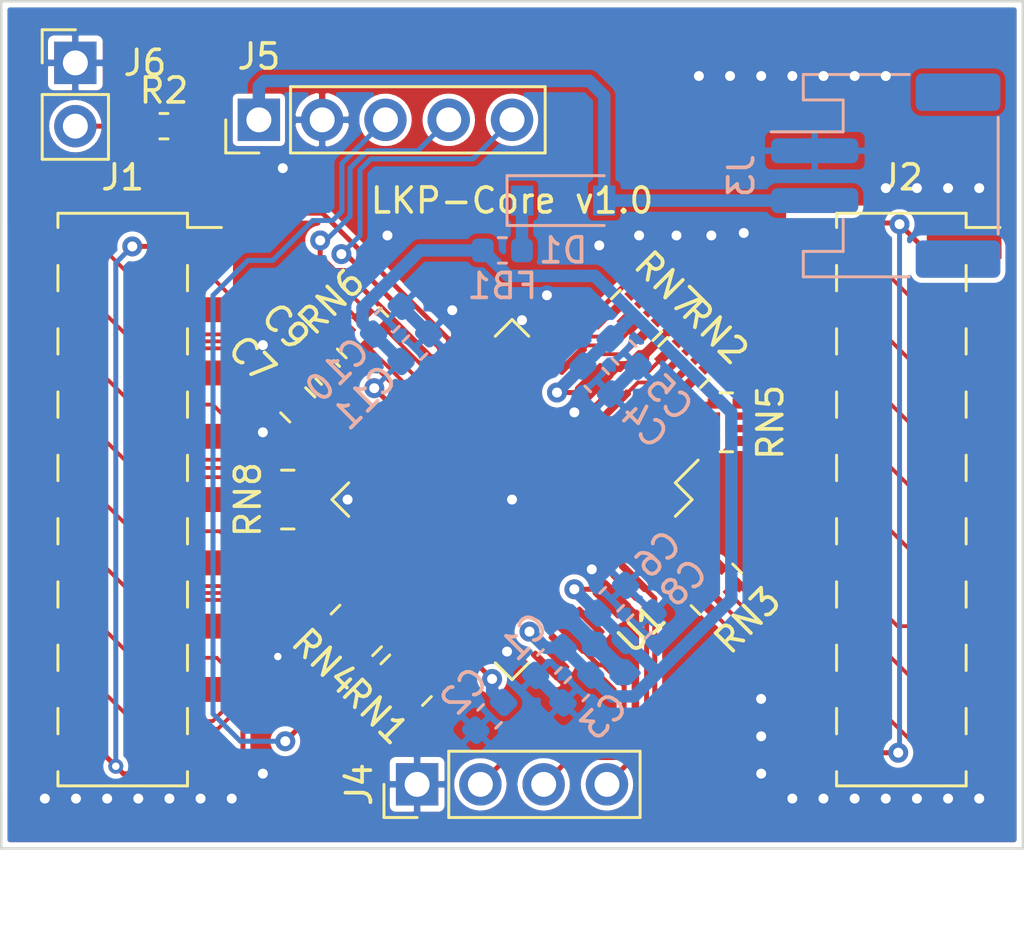
<source format=kicad_pcb>
(kicad_pcb (version 20171130) (host pcbnew 5.1.2)
  (layers (0 F.Cu signal) (31 B.Cu signal) (34 B.Paste user) (35 F.Paste user) (36 B.SilkS user) (37 F.SilkS user) (38 B.Mask user) (39 F.Mask user) (44 Edge.Cuts user))
  (net 0 "")
  (net 1 GND)
  (net 2 VDD)
  (net 3 "Net-(C2-Pad1)")
  (net 4 /CSH)
  (net 5 /CMOD)
  (net 6 +5V)
  (net 7 /S0_SH)
  (net 8 /E0_15)
  (net 9 /E0_14)
  (net 10 /E0_13)
  (net 11 /E0_12)
  (net 12 /E0_11)
  (net 13 /E0_10)
  (net 14 /E0_9)
  (net 15 /E0_8)
  (net 16 /E0_7)
  (net 17 /E0_6)
  (net 18 /E0_5)
  (net 19 /E0_4)
  (net 20 /E0_3)
  (net 21 /E0_2)
  (net 22 /E0_1)
  (net 23 /E0_0)
  (net 24 /S1_SH)
  (net 25 /E1_0)
  (net 26 /E1_1)
  (net 27 /E1_2)
  (net 28 /E1_3)
  (net 29 /E1_4)
  (net 30 /E1_5)
  (net 31 /E1_6)
  (net 32 /E1_7)
  (net 33 /E1_8)
  (net 34 /E1_9)
  (net 35 /E1_10)
  (net 36 /E1_11)
  (net 37 /E1_12)
  (net 38 /E1_13)
  (net 39 /E1_14)
  (net 40 /E1_15)
  (net 41 /I2C_SDA)
  (net 42 /I2C_SCL)
  (net 43 /INT)
  (net 44 /LED)
  (net 45 /SWDIO)
  (net 46 /SWCLK)
  (net 47 /RESET)
  (net 48 "Net-(R2-Pad2)")
  (net 49 /S0_15)
  (net 50 /S0_13)
  (net 51 /S0_14)
  (net 52 /S0_12)
  (net 53 /S1_11)
  (net 54 /S1_9)
  (net 55 /S1_10)
  (net 56 /S1_8)
  (net 57 /S1_3)
  (net 58 /S1_1)
  (net 59 /S1_2)
  (net 60 /S1_0)
  (net 61 /S0_11)
  (net 62 /S0_9)
  (net 63 /S0_10)
  (net 64 /S0_8)
  (net 65 /S1_7)
  (net 66 /S1_5)
  (net 67 /S1_6)
  (net 68 /S1_4)
  (net 69 /S0_3)
  (net 70 /S0_1)
  (net 71 /S0_2)
  (net 72 /S0_0)
  (net 73 /S1_15)
  (net 74 /S1_13)
  (net 75 /S1_14)
  (net 76 /S1_12)
  (net 77 /S0_7)
  (net 78 /S0_5)
  (net 79 /S0_6)
  (net 80 /S0_4)
  (net 81 "Net-(U1-Pad55)")
  (net 82 "Net-(U1-Pad54)")
  (net 83 "Net-(U1-Pad53)")
  (net 84 "Net-(U1-Pad51)")
  (net 85 "Net-(U1-Pad1)")
  (net 86 "Net-(D1-Pad1)")
  (net 87 "Net-(U1-Pad64)")
  (net 88 "Net-(U1-Pad18)")
  (net 89 "Net-(U1-Pad27)")
  (net 90 "Net-(U1-Pad28)")
  (module Resistor_SMD:R_Array_Convex_4x0402 (layer F.Cu) (at 151.875 90.6 225)
    (fp_text reference RN7 (at -1.767767 0 135) (layer F.SilkS))
    (fp_text value 560)
    (pad 5 smd rect (at 0.5 0.75 225) (size 0.5 0.4) (layers F.Cu F.Paste F.Mask) (net 73 /S1_15))
    (pad 6 smd rect (at 0.5 0.25 225) (size 0.5 0.3) (layers F.Cu F.Paste F.Mask) (net 75 /S1_14))
    (pad 8 smd rect (at 0.5 -0.75 225) (size 0.5 0.4) (layers F.Cu F.Paste F.Mask) (net 76 /S1_12))
    (pad 7 smd rect (at 0.5 -0.25 225) (size 0.5 0.3) (layers F.Cu F.Paste F.Mask) (net 74 /S1_13))
    (pad 4 smd rect (at -0.5 0.75 225) (size 0.5 0.4) (layers F.Cu F.Paste F.Mask) (net 40 /E1_15))
    (pad 2 smd rect (at -0.5 -0.25 225) (size 0.5 0.3) (layers F.Cu F.Paste F.Mask) (net 38 /E1_13))
    (pad 3 smd rect (at -0.5 0.25 225) (size 0.5 0.3) (layers F.Cu F.Paste F.Mask) (net 39 /E1_14))
    (pad 1 smd rect (at -0.5 -0.75 225) (size 0.5 0.4) (layers F.Cu F.Paste F.Mask) (net 37 /E1_12))
  )
  (module Capacitor_SMD:C_0603_1608Metric (layer B.Cu) (at 148.375 104.5 225)
    (fp_text reference C1 (at 0 1.414214 45) (layer B.SilkS) (effects (justify mirror)))
    (fp_text value 0.1uF)
    (pad 2 smd roundrect (at 0.7875 0 225) (size 0.875 0.95) (layers B.Cu B.Paste B.Mask) (net 1 GND))
    (pad 1 smd roundrect (at -0.7875 0 225) (size 0.875 0.95) (layers B.Cu B.Paste B.Mask) (net 2 VDD))
  )
  (module Resistor_SMD:R_Array_Convex_4x0402 (layer F.Cu) (at 153.775 92.5 225)
    (fp_text reference RN2 (at -1.767767 0 135) (layer F.SilkS))
    (fp_text value 560)
    (pad 5 smd rect (at 0.5 0.75 225) (size 0.5 0.4) (layers F.Cu F.Paste F.Mask) (net 53 /S1_11))
    (pad 6 smd rect (at 0.5 0.25 225) (size 0.5 0.3) (layers F.Cu F.Paste F.Mask) (net 55 /S1_10))
    (pad 8 smd rect (at 0.5 -0.75 225) (size 0.5 0.4) (layers F.Cu F.Paste F.Mask) (net 56 /S1_8))
    (pad 7 smd rect (at 0.5 -0.25 225) (size 0.5 0.3) (layers F.Cu F.Paste F.Mask) (net 54 /S1_9))
    (pad 4 smd rect (at -0.5 0.75 225) (size 0.5 0.4) (layers F.Cu F.Paste F.Mask) (net 36 /E1_11))
    (pad 2 smd rect (at -0.5 -0.25 225) (size 0.5 0.3) (layers F.Cu F.Paste F.Mask) (net 34 /E1_9))
    (pad 3 smd rect (at -0.5 0.25 225) (size 0.5 0.3) (layers F.Cu F.Paste F.Mask) (net 35 /E1_10))
    (pad 1 smd rect (at -0.5 -0.75 225) (size 0.5 0.4) (layers F.Cu F.Paste F.Mask) (net 33 /E1_8))
  )
  (module Capacitor_SMD:C_0603_1608Metric (layer B.Cu) (at 151.375 92.1 315)
    (fp_text reference C5 (at 2.545584 0 135) (layer B.SilkS) (effects (justify mirror)))
    (fp_text value 1uF)
    (pad 2 smd roundrect (at 0.7875 0 315) (size 0.875 0.95) (layers B.Cu B.Paste B.Mask) (net 1 GND))
    (pad 1 smd roundrect (at -0.7875 0 315) (size 0.875 0.95) (layers B.Cu B.Paste B.Mask) (net 2 VDD))
  )
  (module Resistor_SMD:R_0603_1608Metric (layer F.Cu) (at 132.905 83.014)
    (fp_text reference R2 (at 0 -1.43) (layer F.SilkS))
    (fp_text value 470)
    (pad 2 smd roundrect (at 0.7875 0) (size 0.875 0.95) (layers F.Cu F.Paste F.Mask) (net 48 "Net-(R2-Pad2)"))
    (pad 1 smd roundrect (at -0.7875 0) (size 0.875 0.95) (layers F.Cu F.Paste F.Mask) (net 44 /LED))
  )
  (module Connector_PinHeader_2.54mm:PinHeader_1x02_P2.54mm_Vertical (layer F.Cu) (at 129.349 80.474)
    (fp_text reference J6 (at 2.794 0) (layer F.SilkS))
    (fp_text value WS281x)
    (pad 2 thru_hole oval (at 0 2.54) (size 1.7 1.7) (drill 1) (layers *.Cu *.Mask) (net 44 /LED))
    (pad 1 thru_hole rect (at 0 0) (size 1.7 1.7) (drill 1) (layers *.Cu *.Mask) (net 1 GND))
  )
  (module Connector_PinHeader_2.54mm:PinHeader_1x04_P2.54mm_Vertical (layer F.Cu) (at 143.065 109.43 90)
    (fp_text reference J4 (at 0 -2.33 90) (layer F.SilkS))
    (fp_text value IO)
    (pad 4 thru_hole oval (at 0 7.62 90) (size 1.7 1.7) (drill 1) (layers *.Cu *.Mask) (net 41 /I2C_SDA))
    (pad 3 thru_hole oval (at 0 5.08 90) (size 1.7 1.7) (drill 1) (layers *.Cu *.Mask) (net 42 /I2C_SCL))
    (pad 2 thru_hole oval (at 0 2.54 90) (size 1.7 1.7) (drill 1) (layers *.Cu *.Mask) (net 43 /INT))
    (pad 1 thru_hole rect (at 0 0 90) (size 1.7 1.7) (drill 1) (layers *.Cu *.Mask) (net 1 GND))
  )
  (module Connector_PinHeader_2.54mm:PinHeader_1x05_P2.54mm_Vertical (layer F.Cu) (at 136.715 82.76 90)
    (fp_text reference J5 (at 2.54 0) (layer F.SilkS))
    (fp_text value SWD)
    (pad 5 thru_hole oval (at 0 10.16 90) (size 1.7 1.7) (drill 1) (layers *.Cu *.Mask) (net 45 /SWDIO))
    (pad 4 thru_hole oval (at 0 7.62 90) (size 1.7 1.7) (drill 1) (layers *.Cu *.Mask) (net 46 /SWCLK))
    (pad 3 thru_hole oval (at 0 5.08 90) (size 1.7 1.7) (drill 1) (layers *.Cu *.Mask) (net 47 /RESET))
    (pad 2 thru_hole oval (at 0 2.54 90) (size 1.7 1.7) (drill 1) (layers *.Cu *.Mask) (net 1 GND))
    (pad 1 thru_hole rect (at 0 0 90) (size 1.7 1.7) (drill 1) (layers *.Cu *.Mask) (net 6 +5V))
  )
  (module Package_QFP:TQFP-64_10x10mm_P0.5mm (layer F.Cu) (at 146.875 98 225)
    (fp_text reference U1 (at 0 -7.35 45) (layer F.SilkS))
    (fp_text value CY8C4246AZI-M445)
    (pad 1 smd roundrect (at -5.6625 -3.75 225) (size 1.475 0.3) (layers F.Cu F.Paste F.Mask) (net 85 "Net-(U1-Pad1)"))
    (pad 2 smd roundrect (at -5.6625 -3.25 225) (size 1.475 0.3) (layers F.Cu F.Paste F.Mask) (net 68 /S1_4))
    (pad 3 smd roundrect (at -5.6625 -2.75 225) (size 1.475 0.3) (layers F.Cu F.Paste F.Mask) (net 66 /S1_5))
    (pad 4 smd roundrect (at -5.6625 -2.25 225) (size 1.475 0.3) (layers F.Cu F.Paste F.Mask) (net 67 /S1_6))
    (pad 5 smd roundrect (at -5.6625 -1.75 225) (size 1.475 0.3) (layers F.Cu F.Paste F.Mask) (net 65 /S1_7))
    (pad 6 smd roundrect (at -5.6625 -1.25 225) (size 1.475 0.3) (layers F.Cu F.Paste F.Mask) (net 56 /S1_8))
    (pad 7 smd roundrect (at -5.6625 -0.75 225) (size 1.475 0.3) (layers F.Cu F.Paste F.Mask) (net 54 /S1_9))
    (pad 8 smd roundrect (at -5.6625 -0.25 225) (size 1.475 0.3) (layers F.Cu F.Paste F.Mask) (net 55 /S1_10))
    (pad 9 smd roundrect (at -5.6625 0.25 225) (size 1.475 0.3) (layers F.Cu F.Paste F.Mask) (net 53 /S1_11))
    (pad 10 smd roundrect (at -5.6625 0.75 225) (size 1.475 0.3) (layers F.Cu F.Paste F.Mask) (net 1 GND))
    (pad 11 smd roundrect (at -5.6625 1.25 225) (size 1.475 0.3) (layers F.Cu F.Paste F.Mask) (net 2 VDD))
    (pad 12 smd roundrect (at -5.6625 1.75 225) (size 1.475 0.3) (layers F.Cu F.Paste F.Mask) (net 76 /S1_12))
    (pad 13 smd roundrect (at -5.6625 2.25 225) (size 1.475 0.3) (layers F.Cu F.Paste F.Mask) (net 74 /S1_13))
    (pad 14 smd roundrect (at -5.6625 2.75 225) (size 1.475 0.3) (layers F.Cu F.Paste F.Mask) (net 75 /S1_14))
    (pad 15 smd roundrect (at -5.6625 3.25 225) (size 1.475 0.3) (layers F.Cu F.Paste F.Mask) (net 73 /S1_15))
    (pad 16 smd roundrect (at -5.6625 3.75 225) (size 1.475 0.3) (layers F.Cu F.Paste F.Mask) (net 24 /S1_SH))
    (pad 17 smd roundrect (at -3.75 5.6625 225) (size 0.3 1.475) (layers F.Cu F.Paste F.Mask) (net 1 GND))
    (pad 18 smd roundrect (at -3.25 5.6625 225) (size 0.3 1.475) (layers F.Cu F.Paste F.Mask) (net 88 "Net-(U1-Pad18)"))
    (pad 19 smd roundrect (at -2.75 5.6625 225) (size 0.3 1.475) (layers F.Cu F.Paste F.Mask) (net 48 "Net-(R2-Pad2)"))
    (pad 20 smd roundrect (at -2.25 5.6625 225) (size 0.3 1.475) (layers F.Cu F.Paste F.Mask) (net 45 /SWDIO))
    (pad 21 smd roundrect (at -1.75 5.6625 225) (size 0.3 1.475) (layers F.Cu F.Paste F.Mask) (net 46 /SWCLK))
    (pad 22 smd roundrect (at -1.25 5.6625 225) (size 0.3 1.475) (layers F.Cu F.Paste F.Mask) (net 72 /S0_0))
    (pad 23 smd roundrect (at -0.75 5.6625 225) (size 0.3 1.475) (layers F.Cu F.Paste F.Mask) (net 70 /S0_1))
    (pad 24 smd roundrect (at -0.25 5.6625 225) (size 0.3 1.475) (layers F.Cu F.Paste F.Mask) (net 71 /S0_2))
    (pad 25 smd roundrect (at 0.25 5.6625 225) (size 0.3 1.475) (layers F.Cu F.Paste F.Mask) (net 69 /S0_3))
    (pad 26 smd roundrect (at 0.75 5.6625 225) (size 0.3 1.475) (layers F.Cu F.Paste F.Mask) (net 2 VDD))
    (pad 27 smd roundrect (at 1.25 5.6625 225) (size 0.3 1.475) (layers F.Cu F.Paste F.Mask) (net 89 "Net-(U1-Pad27)"))
    (pad 28 smd roundrect (at 1.75 5.6625 225) (size 0.3 1.475) (layers F.Cu F.Paste F.Mask) (net 90 "Net-(U1-Pad28)"))
    (pad 29 smd roundrect (at 2.25 5.6625 225) (size 0.3 1.475) (layers F.Cu F.Paste F.Mask) (net 5 /CMOD))
    (pad 30 smd roundrect (at 2.75 5.6625 225) (size 0.3 1.475) (layers F.Cu F.Paste F.Mask) (net 4 /CSH))
    (pad 31 smd roundrect (at 3.25 5.6625 225) (size 0.3 1.475) (layers F.Cu F.Paste F.Mask) (net 80 /S0_4))
    (pad 32 smd roundrect (at 3.75 5.6625 225) (size 0.3 1.475) (layers F.Cu F.Paste F.Mask) (net 78 /S0_5))
    (pad 33 smd roundrect (at 5.6625 3.75 225) (size 1.475 0.3) (layers F.Cu F.Paste F.Mask) (net 79 /S0_6))
    (pad 34 smd roundrect (at 5.6625 3.25 225) (size 1.475 0.3) (layers F.Cu F.Paste F.Mask))
    (pad 35 smd roundrect (at 5.6625 2.75 225) (size 1.475 0.3) (layers F.Cu F.Paste F.Mask))
    (pad 36 smd roundrect (at 5.6625 2.25 225) (size 1.475 0.3) (layers F.Cu F.Paste F.Mask))
    (pad 37 smd roundrect (at 5.6625 1.75 225) (size 1.475 0.3) (layers F.Cu F.Paste F.Mask) (net 77 /S0_7))
    (pad 38 smd roundrect (at 5.6625 1.25 225) (size 1.475 0.3) (layers F.Cu F.Paste F.Mask) (net 64 /S0_8))
    (pad 39 smd roundrect (at 5.6625 0.75 225) (size 1.475 0.3) (layers F.Cu F.Paste F.Mask) (net 62 /S0_9))
    (pad 40 smd roundrect (at 5.6625 0.25 225) (size 1.475 0.3) (layers F.Cu F.Paste F.Mask) (net 63 /S0_10))
    (pad 41 smd roundrect (at 5.6625 -0.25 225) (size 1.475 0.3) (layers F.Cu F.Paste F.Mask) (net 61 /S0_11))
    (pad 42 smd roundrect (at 5.6625 -0.75 225) (size 1.475 0.3) (layers F.Cu F.Paste F.Mask) (net 52 /S0_12))
    (pad 43 smd roundrect (at 5.6625 -1.25 225) (size 1.475 0.3) (layers F.Cu F.Paste F.Mask) (net 50 /S0_13))
    (pad 44 smd roundrect (at 5.6625 -1.75 225) (size 1.475 0.3) (layers F.Cu F.Paste F.Mask) (net 51 /S0_14))
    (pad 45 smd roundrect (at 5.6625 -2.25 225) (size 1.475 0.3) (layers F.Cu F.Paste F.Mask) (net 49 /S0_15))
    (pad 46 smd roundrect (at 5.6625 -2.75 225) (size 1.475 0.3) (layers F.Cu F.Paste F.Mask) (net 7 /S0_SH))
    (pad 47 smd roundrect (at 5.6625 -3.25 225) (size 1.475 0.3) (layers F.Cu F.Paste F.Mask) (net 47 /RESET))
    (pad 48 smd roundrect (at 5.6625 -3.75 225) (size 1.475 0.3) (layers F.Cu F.Paste F.Mask) (net 3 "Net-(C2-Pad1)"))
    (pad 49 smd roundrect (at 3.75 -5.6625 225) (size 0.3 1.475) (layers F.Cu F.Paste F.Mask) (net 1 GND))
    (pad 50 smd roundrect (at 3.25 -5.6625 225) (size 0.3 1.475) (layers F.Cu F.Paste F.Mask) (net 2 VDD))
    (pad 51 smd roundrect (at 2.75 -5.6625 225) (size 0.3 1.475) (layers F.Cu F.Paste F.Mask) (net 84 "Net-(U1-Pad51)"))
    (pad 52 smd roundrect (at 2.25 -5.6625 225) (size 0.3 1.475) (layers F.Cu F.Paste F.Mask) (net 43 /INT))
    (pad 53 smd roundrect (at 1.75 -5.6625 225) (size 0.3 1.475) (layers F.Cu F.Paste F.Mask) (net 83 "Net-(U1-Pad53)"))
    (pad 54 smd roundrect (at 1.25 -5.6625 225) (size 0.3 1.475) (layers F.Cu F.Paste F.Mask) (net 82 "Net-(U1-Pad54)"))
    (pad 55 smd roundrect (at 0.75 -5.6625 225) (size 0.3 1.475) (layers F.Cu F.Paste F.Mask) (net 81 "Net-(U1-Pad55)"))
    (pad 56 smd roundrect (at 0.25 -5.6625 225) (size 0.3 1.475) (layers F.Cu F.Paste F.Mask) (net 2 VDD))
    (pad 57 smd roundrect (at -0.25 -5.6625 225) (size 0.3 1.475) (layers F.Cu F.Paste F.Mask) (net 1 GND))
    (pad 58 smd roundrect (at -0.75 -5.6625 225) (size 0.3 1.475) (layers F.Cu F.Paste F.Mask) (net 42 /I2C_SCL))
    (pad 59 smd roundrect (at -1.25 -5.6625 225) (size 0.3 1.475) (layers F.Cu F.Paste F.Mask) (net 41 /I2C_SDA))
    (pad 60 smd roundrect (at -1.75 -5.6625 225) (size 0.3 1.475) (layers F.Cu F.Paste F.Mask) (net 60 /S1_0))
    (pad 61 smd roundrect (at -2.25 -5.6625 225) (size 0.3 1.475) (layers F.Cu F.Paste F.Mask) (net 58 /S1_1))
    (pad 62 smd roundrect (at -2.75 -5.6625 225) (size 0.3 1.475) (layers F.Cu F.Paste F.Mask) (net 59 /S1_2))
    (pad 63 smd roundrect (at -3.25 -5.6625 225) (size 0.3 1.475) (layers F.Cu F.Paste F.Mask) (net 57 /S1_3))
    (pad 64 smd roundrect (at -3.75 -5.6625 225) (size 0.3 1.475) (layers F.Cu F.Paste F.Mask) (net 87 "Net-(U1-Pad64)"))
  )
  (module Resistor_SMD:R_Array_Convex_4x0402 (layer F.Cu) (at 137.875 98)
    (fp_text reference RN8 (at -1.6 0 90) (layer F.SilkS))
    (fp_text value 560)
    (pad 5 smd rect (at 0.5 0.75) (size 0.5 0.4) (layers F.Cu F.Paste F.Mask) (net 77 /S0_7))
    (pad 6 smd rect (at 0.5 0.25) (size 0.5 0.3) (layers F.Cu F.Paste F.Mask) (net 79 /S0_6))
    (pad 8 smd rect (at 0.5 -0.75) (size 0.5 0.4) (layers F.Cu F.Paste F.Mask) (net 80 /S0_4))
    (pad 7 smd rect (at 0.5 -0.25) (size 0.5 0.3) (layers F.Cu F.Paste F.Mask) (net 78 /S0_5))
    (pad 4 smd rect (at -0.5 0.75) (size 0.5 0.4) (layers F.Cu F.Paste F.Mask) (net 16 /E0_7))
    (pad 2 smd rect (at -0.5 -0.25) (size 0.5 0.3) (layers F.Cu F.Paste F.Mask) (net 18 /E0_5))
    (pad 3 smd rect (at -0.5 0.25) (size 0.5 0.3) (layers F.Cu F.Paste F.Mask) (net 17 /E0_6))
    (pad 1 smd rect (at -0.5 -0.75) (size 0.5 0.4) (layers F.Cu F.Paste F.Mask) (net 19 /E0_4))
  )
  (module Resistor_SMD:R_Array_Convex_4x0402 (layer F.Cu) (at 140.875 91.3 315)
    (fp_text reference RN6 (at -1.767767 0 225) (layer F.SilkS))
    (fp_text value 560)
    (pad 5 smd rect (at 0.5 0.75 315) (size 0.5 0.4) (layers F.Cu F.Paste F.Mask) (net 69 /S0_3))
    (pad 6 smd rect (at 0.5 0.25 315) (size 0.5 0.3) (layers F.Cu F.Paste F.Mask) (net 71 /S0_2))
    (pad 8 smd rect (at 0.5 -0.75 315) (size 0.5 0.4) (layers F.Cu F.Paste F.Mask) (net 72 /S0_0))
    (pad 7 smd rect (at 0.5 -0.25 315) (size 0.5 0.3) (layers F.Cu F.Paste F.Mask) (net 70 /S0_1))
    (pad 4 smd rect (at -0.5 0.75 315) (size 0.5 0.4) (layers F.Cu F.Paste F.Mask) (net 20 /E0_3))
    (pad 2 smd rect (at -0.5 -0.25 315) (size 0.5 0.3) (layers F.Cu F.Paste F.Mask) (net 22 /E0_1))
    (pad 3 smd rect (at -0.5 0.25 315) (size 0.5 0.3) (layers F.Cu F.Paste F.Mask) (net 21 /E0_2))
    (pad 1 smd rect (at -0.5 -0.75 315) (size 0.5 0.4) (layers F.Cu F.Paste F.Mask) (net 23 /E0_0))
  )
  (module Resistor_SMD:R_Array_Convex_4x0402 (layer F.Cu) (at 155.475 94.9 180)
    (fp_text reference RN5 (at -1.767767 0 90) (layer F.SilkS))
    (fp_text value 560)
    (pad 1 smd rect (at -0.5 -0.75 180) (size 0.5 0.4) (layers F.Cu F.Paste F.Mask) (net 29 /E1_4))
    (pad 3 smd rect (at -0.5 0.25 180) (size 0.5 0.3) (layers F.Cu F.Paste F.Mask) (net 31 /E1_6))
    (pad 2 smd rect (at -0.5 -0.25 180) (size 0.5 0.3) (layers F.Cu F.Paste F.Mask) (net 30 /E1_5))
    (pad 4 smd rect (at -0.5 0.75 180) (size 0.5 0.4) (layers F.Cu F.Paste F.Mask) (net 32 /E1_7))
    (pad 7 smd rect (at 0.5 -0.25 180) (size 0.5 0.3) (layers F.Cu F.Paste F.Mask) (net 66 /S1_5))
    (pad 8 smd rect (at 0.5 -0.75 180) (size 0.5 0.4) (layers F.Cu F.Paste F.Mask) (net 68 /S1_4))
    (pad 6 smd rect (at 0.5 0.25 180) (size 0.5 0.3) (layers F.Cu F.Paste F.Mask) (net 67 /S1_6))
    (pad 5 smd rect (at 0.5 0.75 180) (size 0.5 0.4) (layers F.Cu F.Paste F.Mask) (net 65 /S1_7))
  )
  (module Resistor_SMD:R_Array_Convex_4x0402 (layer F.Cu) (at 140.625 103.25 45)
    (fp_text reference RN4 (at -1.767767 0 135) (layer F.SilkS))
    (fp_text value 560)
    (pad 5 smd rect (at 0.5 0.75 45) (size 0.5 0.4) (layers F.Cu F.Paste F.Mask) (net 61 /S0_11))
    (pad 6 smd rect (at 0.5 0.25 45) (size 0.5 0.3) (layers F.Cu F.Paste F.Mask) (net 63 /S0_10))
    (pad 8 smd rect (at 0.5 -0.75 45) (size 0.5 0.4) (layers F.Cu F.Paste F.Mask) (net 64 /S0_8))
    (pad 7 smd rect (at 0.5 -0.25 45) (size 0.5 0.3) (layers F.Cu F.Paste F.Mask) (net 62 /S0_9))
    (pad 4 smd rect (at -0.5 0.75 45) (size 0.5 0.4) (layers F.Cu F.Paste F.Mask) (net 12 /E0_11))
    (pad 2 smd rect (at -0.5 -0.25 45) (size 0.5 0.3) (layers F.Cu F.Paste F.Mask) (net 14 /E0_9))
    (pad 3 smd rect (at -0.5 0.25 45) (size 0.5 0.3) (layers F.Cu F.Paste F.Mask) (net 13 /E0_10))
    (pad 1 smd rect (at -0.5 -0.75 45) (size 0.5 0.4) (layers F.Cu F.Paste F.Mask) (net 15 /E0_8))
  )
  (module Resistor_SMD:R_Array_Convex_4x0402 (layer F.Cu) (at 155.075 101.6 135)
    (fp_text reference RN3 (at -1.767767 0 225) (layer F.SilkS))
    (fp_text value 560)
    (pad 5 smd rect (at 0.5 0.75 135) (size 0.5 0.4) (layers F.Cu F.Paste F.Mask) (net 57 /S1_3))
    (pad 6 smd rect (at 0.5 0.25 135) (size 0.5 0.3) (layers F.Cu F.Paste F.Mask) (net 59 /S1_2))
    (pad 8 smd rect (at 0.5 -0.75 135) (size 0.5 0.4) (layers F.Cu F.Paste F.Mask) (net 60 /S1_0))
    (pad 7 smd rect (at 0.5 -0.25 135) (size 0.5 0.3) (layers F.Cu F.Paste F.Mask) (net 58 /S1_1))
    (pad 4 smd rect (at -0.5 0.75 135) (size 0.5 0.4) (layers F.Cu F.Paste F.Mask) (net 28 /E1_3))
    (pad 2 smd rect (at -0.5 -0.25 135) (size 0.5 0.3) (layers F.Cu F.Paste F.Mask) (net 26 /E1_1))
    (pad 3 smd rect (at -0.5 0.25 135) (size 0.5 0.3) (layers F.Cu F.Paste F.Mask) (net 27 /E1_2))
    (pad 1 smd rect (at -0.5 -0.75 135) (size 0.5 0.4) (layers F.Cu F.Paste F.Mask) (net 25 /E1_0))
  )
  (module Resistor_SMD:R_Array_Convex_4x0402 (layer F.Cu) (at 142.625 105.25 45)
    (fp_text reference RN1 (at -1.767767 0 135) (layer F.SilkS))
    (fp_text value 560)
    (pad 5 smd rect (at 0.5 0.75 45) (size 0.5 0.4) (layers F.Cu F.Paste F.Mask) (net 49 /S0_15))
    (pad 6 smd rect (at 0.5 0.25 45) (size 0.5 0.3) (layers F.Cu F.Paste F.Mask) (net 51 /S0_14))
    (pad 8 smd rect (at 0.5 -0.75 45) (size 0.5 0.4) (layers F.Cu F.Paste F.Mask) (net 52 /S0_12))
    (pad 7 smd rect (at 0.5 -0.25 45) (size 0.5 0.3) (layers F.Cu F.Paste F.Mask) (net 50 /S0_13))
    (pad 4 smd rect (at -0.5 0.75 45) (size 0.5 0.4) (layers F.Cu F.Paste F.Mask) (net 8 /E0_15))
    (pad 2 smd rect (at -0.5 -0.25 45) (size 0.5 0.3) (layers F.Cu F.Paste F.Mask) (net 10 /E0_13))
    (pad 3 smd rect (at -0.5 0.25 45) (size 0.5 0.3) (layers F.Cu F.Paste F.Mask) (net 9 /E0_14))
    (pad 1 smd rect (at -0.5 -0.75 45) (size 0.5 0.4) (layers F.Cu F.Paste F.Mask) (net 11 /E0_12))
  )
  (module Connector_JST:JST_PH_S2B-PH-SM4-TB_1x02-1MP_P2.00mm_Horizontal (layer B.Cu) (at 161.875 85 270)
    (fp_text reference J3 (at 0 5.8 90) (layer B.SilkS) (effects (justify mirror)))
    (fp_text value "Power JST PH")
    (pad 1 smd roundrect (at -1 2.85 270) (size 1 3.5) (layers B.Cu B.Paste B.Mask) (net 1 GND))
    (pad 2 smd roundrect (at 1 2.85 270) (size 1 3.5) (layers B.Cu B.Paste B.Mask) (net 6 +5V))
    (pad MP smd roundrect (at -3.35 -2.9 270) (size 1.5 3.4) (layers B.Cu B.Paste B.Mask) (roundrect_rratio 0.166667))
    (pad MP smd roundrect (at 3.35 -2.9 270) (size 1.5 3.4) (layers B.Cu B.Paste B.Mask) (roundrect_rratio 0.166667))
  )
  (module Connector_PinSocket_2.54mm:PinSocket_2x09_P2.54mm_Vertical_SMD (layer F.Cu) (at 162.5 98)
    (fp_text reference J2 (at 0 -12.93) (layer F.SilkS))
    (fp_text value "Intercon R")
    (pad 18 smd rect (at -2.52 10.16) (size 3 1) (layers F.Cu F.Paste F.Mask) (net 24 /S1_SH))
    (pad 17 smd rect (at 2.52 10.16) (size 3 1) (layers F.Cu F.Paste F.Mask) (net 25 /E1_0))
    (pad 16 smd rect (at -2.52 7.62) (size 3 1) (layers F.Cu F.Paste F.Mask) (net 26 /E1_1))
    (pad 15 smd rect (at 2.52 7.62) (size 3 1) (layers F.Cu F.Paste F.Mask) (net 27 /E1_2))
    (pad 14 smd rect (at -2.52 5.08) (size 3 1) (layers F.Cu F.Paste F.Mask) (net 28 /E1_3))
    (pad 13 smd rect (at 2.52 5.08) (size 3 1) (layers F.Cu F.Paste F.Mask) (net 29 /E1_4))
    (pad 12 smd rect (at -2.52 2.54) (size 3 1) (layers F.Cu F.Paste F.Mask) (net 30 /E1_5))
    (pad 11 smd rect (at 2.52 2.54) (size 3 1) (layers F.Cu F.Paste F.Mask) (net 31 /E1_6))
    (pad 10 smd rect (at -2.52 0) (size 3 1) (layers F.Cu F.Paste F.Mask) (net 32 /E1_7))
    (pad 9 smd rect (at 2.52 0) (size 3 1) (layers F.Cu F.Paste F.Mask) (net 33 /E1_8))
    (pad 8 smd rect (at -2.52 -2.54) (size 3 1) (layers F.Cu F.Paste F.Mask) (net 34 /E1_9))
    (pad 7 smd rect (at 2.52 -2.54) (size 3 1) (layers F.Cu F.Paste F.Mask) (net 35 /E1_10))
    (pad 6 smd rect (at -2.52 -5.08) (size 3 1) (layers F.Cu F.Paste F.Mask) (net 36 /E1_11))
    (pad 5 smd rect (at 2.52 -5.08) (size 3 1) (layers F.Cu F.Paste F.Mask) (net 37 /E1_12))
    (pad 4 smd rect (at -2.52 -7.62) (size 3 1) (layers F.Cu F.Paste F.Mask) (net 38 /E1_13))
    (pad 3 smd rect (at 2.52 -7.62) (size 3 1) (layers F.Cu F.Paste F.Mask) (net 39 /E1_14))
    (pad 2 smd rect (at -2.52 -10.16) (size 3 1) (layers F.Cu F.Paste F.Mask) (net 40 /E1_15))
    (pad 1 smd rect (at 2.52 -10.16) (size 3 1) (layers F.Cu F.Paste F.Mask) (net 24 /S1_SH))
  )
  (module Connector_PinSocket_2.54mm:PinSocket_2x09_P2.54mm_Vertical_SMD (layer F.Cu) (at 131.25 98)
    (fp_text reference J1 (at 0 -12.93) (layer F.SilkS))
    (fp_text value "Intercon L")
    (pad 18 smd rect (at -2.52 10.16) (size 3 1) (layers F.Cu F.Paste F.Mask) (net 7 /S0_SH))
    (pad 17 smd rect (at 2.52 10.16) (size 3 1) (layers F.Cu F.Paste F.Mask) (net 8 /E0_15))
    (pad 16 smd rect (at -2.52 7.62) (size 3 1) (layers F.Cu F.Paste F.Mask) (net 9 /E0_14))
    (pad 15 smd rect (at 2.52 7.62) (size 3 1) (layers F.Cu F.Paste F.Mask) (net 10 /E0_13))
    (pad 14 smd rect (at -2.52 5.08) (size 3 1) (layers F.Cu F.Paste F.Mask) (net 11 /E0_12))
    (pad 13 smd rect (at 2.52 5.08) (size 3 1) (layers F.Cu F.Paste F.Mask) (net 12 /E0_11))
    (pad 12 smd rect (at -2.52 2.54) (size 3 1) (layers F.Cu F.Paste F.Mask) (net 13 /E0_10))
    (pad 11 smd rect (at 2.52 2.54) (size 3 1) (layers F.Cu F.Paste F.Mask) (net 14 /E0_9))
    (pad 10 smd rect (at -2.52 0) (size 3 1) (layers F.Cu F.Paste F.Mask) (net 15 /E0_8))
    (pad 9 smd rect (at 2.52 0) (size 3 1) (layers F.Cu F.Paste F.Mask) (net 16 /E0_7))
    (pad 8 smd rect (at -2.52 -2.54) (size 3 1) (layers F.Cu F.Paste F.Mask) (net 17 /E0_6))
    (pad 7 smd rect (at 2.52 -2.54) (size 3 1) (layers F.Cu F.Paste F.Mask) (net 18 /E0_5))
    (pad 6 smd rect (at -2.52 -5.08) (size 3 1) (layers F.Cu F.Paste F.Mask) (net 19 /E0_4))
    (pad 5 smd rect (at 2.52 -5.08) (size 3 1) (layers F.Cu F.Paste F.Mask) (net 20 /E0_3))
    (pad 4 smd rect (at -2.52 -7.62) (size 3 1) (layers F.Cu F.Paste F.Mask) (net 21 /E0_2))
    (pad 3 smd rect (at 2.52 -7.62) (size 3 1) (layers F.Cu F.Paste F.Mask) (net 22 /E0_1))
    (pad 2 smd rect (at -2.52 -10.16) (size 3 1) (layers F.Cu F.Paste F.Mask) (net 23 /E0_0))
    (pad 1 smd rect (at 2.52 -10.16) (size 3 1) (layers F.Cu F.Paste F.Mask) (net 7 /S0_SH))
  )
  (module Inductor_SMD:L_0603_1608Metric (layer B.Cu) (at 146.4875 88)
    (fp_text reference FB1 (at 0 1.43) (layer B.SilkS) (effects (justify mirror)))
    (fp_text value 330Ohm@100MHz)
    (pad 2 smd roundrect (at 0.7875 0) (size 0.875 0.95) (layers B.Cu B.Paste B.Mask) (net 86 "Net-(D1-Pad1)"))
    (pad 1 smd roundrect (at -0.7875 0) (size 0.875 0.95) (layers B.Cu B.Paste B.Mask) (net 2 VDD))
  )
  (module Diode_SMD:D_SOD-123 (layer B.Cu) (at 148.925 86)
    (fp_text reference D1 (at 0 2) (layer B.SilkS) (effects (justify mirror)))
    (fp_text value MBR0520L)
    (pad 2 smd rect (at 1.65 0) (size 0.9 1.2) (layers B.Cu B.Paste B.Mask) (net 6 +5V))
    (pad 1 smd rect (at -1.65 0) (size 0.9 1.2) (layers B.Cu B.Paste B.Mask) (net 86 "Net-(D1-Pad1)"))
  )
  (module Capacitor_SMD:C_0603_1608Metric (layer B.Cu) (at 142.975 91.9 45)
    (fp_text reference C11 (at -2.828427 0 45) (layer B.SilkS) (effects (justify mirror)))
    (fp_text value 1uF)
    (pad 2 smd roundrect (at 0.7875 0 45) (size 0.875 0.95) (layers B.Cu B.Paste B.Mask) (net 1 GND))
    (pad 1 smd roundrect (at -0.7875 0 45) (size 0.875 0.95) (layers B.Cu B.Paste B.Mask) (net 2 VDD))
  )
  (module Capacitor_SMD:C_0603_1608Metric (layer B.Cu) (at 141.875 90.8 45)
    (fp_text reference C10 (at -2.828427 0 45) (layer B.SilkS) (effects (justify mirror)))
    (fp_text value 0.1uF)
    (pad 2 smd roundrect (at 0.7875 0 45) (size 0.875 0.95) (layers B.Cu B.Paste B.Mask) (net 1 GND))
    (pad 1 smd roundrect (at -0.7875 0 45) (size 0.875 0.95) (layers B.Cu B.Paste B.Mask) (net 2 VDD))
  )
  (module Capacitor_SMD:C_0603_1608Metric (layer F.Cu) (at 139.475 92.9 135)
    (fp_text reference C9 (at 2.5 0.1 135) (layer F.SilkS))
    (fp_text value "2.2nF C0G")
    (pad 2 smd roundrect (at 0.7875 0 135) (size 0.875 0.95) (layers F.Cu F.Paste F.Mask) (net 1 GND))
    (pad 1 smd roundrect (at -0.7875 0 135) (size 0.875 0.95) (layers F.Cu F.Paste F.Mask) (net 5 /CMOD))
  )
  (module Capacitor_SMD:C_0603_1608Metric (layer B.Cu) (at 151.975 103.1 45)
    (fp_text reference C8 (at 2.510229 0.035355 45) (layer B.SilkS) (effects (justify mirror)))
    (fp_text value 1uF)
    (pad 2 smd roundrect (at 0.7875 0 45) (size 0.875 0.95) (layers B.Cu B.Paste B.Mask) (net 1 GND))
    (pad 1 smd roundrect (at -0.7875 0 45) (size 0.875 0.95) (layers B.Cu B.Paste B.Mask) (net 2 VDD))
  )
  (module Capacitor_SMD:C_0805_2012Metric (layer F.Cu) (at 138.275 94.2 135)
    (fp_text reference C7 (at 2.6 0 135) (layer F.SilkS))
    (fp_text value "10nF C0G")
    (pad 2 smd roundrect (at 0.9375 0 135) (size 0.975 1.4) (layers F.Cu F.Paste F.Mask) (net 1 GND))
    (pad 1 smd roundrect (at -0.9375 0 135) (size 0.975 1.4) (layers F.Cu F.Paste F.Mask) (net 4 /CSH))
  )
  (module Capacitor_SMD:C_0603_1608Metric (layer B.Cu) (at 150.875 102 45)
    (fp_text reference C6 (at 2.58094 0.035355 45) (layer B.SilkS) (effects (justify mirror)))
    (fp_text value 0.1uF)
    (pad 2 smd roundrect (at 0.7875 0 45) (size 0.875 0.95) (layers B.Cu B.Paste B.Mask) (net 1 GND))
    (pad 1 smd roundrect (at -0.7875 0 45) (size 0.875 0.95) (layers B.Cu B.Paste B.Mask) (net 2 VDD))
  )
  (module Capacitor_SMD:C_0603_1608Metric (layer B.Cu) (at 150.275 93.2 315)
    (fp_text reference C4 (at 2.616295 -0.070711 135) (layer B.SilkS) (effects (justify mirror)))
    (fp_text value 0.1uF)
    (pad 2 smd roundrect (at 0.7875 0 315) (size 0.875 0.95) (layers B.Cu B.Paste B.Mask) (net 1 GND))
    (pad 1 smd roundrect (at -0.7875 0 315) (size 0.875 0.95) (layers B.Cu B.Paste B.Mask) (net 2 VDD))
  )
  (module Capacitor_SMD:C_0603_1608Metric (layer B.Cu) (at 149.475 105.6 225)
    (fp_text reference C3 (at 0 -1.555635 45) (layer B.SilkS) (effects (justify mirror)))
    (fp_text value 1uF)
    (pad 2 smd roundrect (at 0.7875 0 225) (size 0.875 0.95) (layers B.Cu B.Paste B.Mask) (net 1 GND))
    (pad 1 smd roundrect (at -0.7875 0 225) (size 0.875 0.95) (layers B.Cu B.Paste B.Mask) (net 2 VDD))
  )
  (module Capacitor_SMD:C_0603_1608Metric (layer B.Cu) (at 145.975 106.7 225)
    (fp_text reference C2 (at 0 1.43 45) (layer B.SilkS) (effects (justify mirror)))
    (fp_text value 1uF)
    (pad 2 smd roundrect (at 0.7875 0 225) (size 0.875 0.95) (layers B.Cu B.Paste B.Mask) (net 1 GND))
    (pad 1 smd roundrect (at -0.7875 0 225) (size 0.875 0.95) (layers B.Cu B.Paste B.Mask) (net 3 "Net-(C2-Pad1)"))
  )
  (gr_line (start 126.375 112) (end 126.375 78) (layer Edge.Cuts) (width 0.1))
  (gr_line (start 167.375 112) (end 126.375 112) (layer Edge.Cuts) (width 0.1))
  (gr_line (start 167.375 78) (end 167.375 112) (layer Edge.Cuts) (width 0.1))
  (gr_line (start 126.375 78) (end 167.375 78) (layer Edge.Cuts) (width 0.1))
  (gr_text "LKP-Core v1.0" (at 146.875 86) (layer F.SilkS) (effects (font (size 1 1))))
  (segment (start 142.431847 90.243153) (end 143.531847 91.343153) (width 0.5) (layer B.Cu) (net 1))
  (via (at 136.875 91.8) (size 0.8) (drill 0.4) (layers F.Cu B.Cu) (net 1))
  (via (at 150.375 87.8) (size 0.8) (drill 0.4) (layers F.Cu B.Cu) (net 1))
  (via (at 141.875 87.4) (size 0.8) (drill 0.4) (layers F.Cu B.Cu) (net 1))
  (via (at 144.475 90.4) (size 0.8) (drill 0.4) (layers F.Cu B.Cu) (net 1))
  (via (at 140.275 98) (size 0.8) (drill 0.4) (layers F.Cu B.Cu) (net 1))
  (via (at 137.675 84.7) (size 0.8) (drill 0.4) (layers F.Cu B.Cu) (net 1))
  (via (at 135.625 110) (size 0.8) (drill 0.4) (layers F.Cu B.Cu) (net 1))
  (via (at 134.375 110) (size 0.8) (drill 0.4) (layers F.Cu B.Cu) (net 1))
  (via (at 129.375 110) (size 0.8) (drill 0.4) (layers F.Cu B.Cu) (net 1))
  (via (at 130.625 110) (size 0.8) (drill 0.4) (layers F.Cu B.Cu) (net 1))
  (via (at 131.875 110) (size 0.8) (drill 0.4) (layers F.Cu B.Cu) (net 1))
  (via (at 133.125 110) (size 0.8) (drill 0.4) (layers F.Cu B.Cu) (net 1))
  (via (at 156.175 87.3) (size 0.8) (drill 0.4) (layers F.Cu B.Cu) (net 1))
  (via (at 154.875 87.4) (size 0.8) (drill 0.4) (layers F.Cu B.Cu) (net 1))
  (via (at 153.475 87.4) (size 0.8) (drill 0.4) (layers F.Cu B.Cu) (net 1))
  (via (at 151.975 87.4) (size 0.8) (drill 0.4) (layers F.Cu B.Cu) (net 1))
  (via (at 148.275 89.8) (size 0.8) (drill 0.4) (layers F.Cu B.Cu) (net 1))
  (via (at 147.275 90.8) (size 0.8) (drill 0.4) (layers F.Cu B.Cu) (net 1))
  (via (at 165.625 110) (size 0.8) (drill 0.4) (layers F.Cu B.Cu) (net 1))
  (via (at 164.375 110) (size 0.8) (drill 0.4) (layers F.Cu B.Cu) (net 1))
  (via (at 163.125 110) (size 0.8) (drill 0.4) (layers F.Cu B.Cu) (net 1))
  (via (at 161.875 110) (size 0.8) (drill 0.4) (layers F.Cu B.Cu) (net 1))
  (via (at 160.625 110) (size 0.8) (drill 0.4) (layers F.Cu B.Cu) (net 1))
  (via (at 159.375 110) (size 0.8) (drill 0.4) (layers F.Cu B.Cu) (net 1))
  (via (at 156.875 109) (size 0.8) (drill 0.4) (layers F.Cu B.Cu) (net 1))
  (via (at 156.875 107.5) (size 0.8) (drill 0.4) (layers F.Cu B.Cu) (net 1))
  (via (at 160.625 81) (size 0.8) (drill 0.4) (layers F.Cu B.Cu) (net 1))
  (via (at 159.375 81) (size 0.8) (drill 0.4) (layers F.Cu B.Cu) (net 1))
  (via (at 158.125 81) (size 0.8) (drill 0.4) (layers F.Cu B.Cu) (net 1))
  (via (at 156.875 81) (size 0.8) (drill 0.4) (layers F.Cu B.Cu) (net 1))
  (via (at 155.625 81) (size 0.8) (drill 0.4) (layers F.Cu B.Cu) (net 1))
  (via (at 154.375 81) (size 0.8) (drill 0.4) (layers F.Cu B.Cu) (net 1))
  (via (at 161.875 81) (size 0.8) (drill 0.4) (layers F.Cu B.Cu) (net 1))
  (via (at 165.625 85.5) (size 0.8) (drill 0.4) (layers F.Cu B.Cu) (net 1))
  (via (at 164.375 85.5) (size 0.8) (drill 0.4) (layers F.Cu B.Cu) (net 1))
  (via (at 163.125 85.5) (size 0.8) (drill 0.4) (layers F.Cu B.Cu) (net 1))
  (via (at 161.875 85.5) (size 0.8) (drill 0.4) (layers F.Cu B.Cu) (net 1))
  (via (at 158.125 110) (size 0.8) (drill 0.4) (layers F.Cu B.Cu) (net 1))
  (via (at 136.875 109) (size 0.8) (drill 0.4) (layers F.Cu B.Cu) (net 1))
  (via (at 128.125 110) (size 0.8) (drill 0.4) (layers F.Cu B.Cu) (net 1))
  (via (at 136.875 95.3) (size 0.8) (drill 0.4) (layers F.Cu B.Cu) (net 1))
  (via (at 146.875 98) (size 0.8) (drill 0.4) (layers F.Cu B.Cu) (net 1))
  (via (at 137.475 104.3) (size 0.6) (drill 0.3) (layers F.Cu B.Cu) (net 1))
  (via (at 149.375 94.5) (size 0.8) (drill 0.4) (layers F.Cu B.Cu) (net 1))
  (segment (start 151.931847 92.656847) (end 150.831847 93.756847) (width 0.5) (layer B.Cu) (net 1))
  (via (at 150.075 100.8) (size 0.8) (drill 0.4) (layers F.Cu B.Cu) (net 1))
  (segment (start 147.818153 105.056847) (end 148.918153 106.156847) (width 0.5) (layer B.Cu) (net 1))
  (via (at 146.675 104.1) (size 0.8) (drill 0.4) (layers F.Cu B.Cu) (net 1))
  (via (at 156.87179 106) (size 0.8) (drill 0.4) (layers F.Cu B.Cu) (net 1))
  (segment (start 141.318153 91.356847) (end 142.418153 92.456847) (width 0.5) (layer B.Cu) (net 2))
  (segment (start 142.340678 94.526338) (end 141.344672 93.530332) (width 0.2) (layer F.Cu) (net 2))
  (via (at 141.344672 93.530332) (size 0.8) (drill 0.4) (layers F.Cu B.Cu) (net 2))
  (segment (start 141.344672 93.530328) (end 141.344672 93.530332) (width 0.2) (layer B.Cu) (net 2))
  (segment (start 142.418153 92.456847) (end 141.344672 93.530328) (width 0.2) (layer B.Cu) (net 2))
  (segment (start 143.175 88) (end 140.875 90.3) (width 0.5) (layer B.Cu) (net 2))
  (segment (start 145.7 88) (end 143.175 88) (width 0.5) (layer B.Cu) (net 2))
  (segment (start 140.875 90.3) (end 140.875 90.913694) (width 0.5) (layer B.Cu) (net 2))
  (segment (start 140.875 90.913694) (end 141.318153 91.356847) (width 0.5) (layer B.Cu) (net 2))
  (via (at 148.679328 93.704328) (size 0.8) (drill 0.4) (layers F.Cu B.Cu) (net 2))
  (segment (start 148.679328 93.681978) (end 148.679328 93.704328) (width 0.5) (layer B.Cu) (net 2))
  (segment (start 149.995109 93.112124) (end 149.402905 93.704328) (width 0.2) (layer F.Cu) (net 2))
  (segment (start 149.718153 92.643153) (end 148.679328 93.681978) (width 0.5) (layer B.Cu) (net 2))
  (segment (start 149.402905 93.704328) (end 148.679328 93.704328) (width 0.2) (layer F.Cu) (net 2))
  (segment (start 150.818153 91.543153) (end 149.718153 92.643153) (width 0.5) (layer B.Cu) (net 2))
  (segment (start 151.761306 90.6) (end 150.818153 91.543153) (width 0.5) (layer B.Cu) (net 2))
  (segment (start 151.775 90.6) (end 151.761306 90.6) (width 0.5) (layer B.Cu) (net 2))
  (segment (start 150.197999 89.022999) (end 151.775 90.6) (width 0.5) (layer B.Cu) (net 2))
  (segment (start 146.722999 89.022999) (end 150.197999 89.022999) (width 0.5) (layer B.Cu) (net 2))
  (segment (start 145.7 88) (end 146.722999 89.022999) (width 0.5) (layer B.Cu) (net 2))
  (segment (start 150.318153 102.556847) (end 151.418153 103.656847) (width 0.5) (layer B.Cu) (net 2))
  (segment (start 151.775 90.6) (end 155.675 94.5) (width 0.5) (layer B.Cu) (net 2))
  (segment (start 155.675 94.5) (end 155.675 102) (width 0.5) (layer B.Cu) (net 2))
  (segment (start 155.675 102) (end 152.725 104.95) (width 0.5) (layer B.Cu) (net 2))
  (segment (start 149.374996 101.61369) (end 149.374996 101.6) (width 0.5) (layer B.Cu) (net 2))
  (via (at 149.374996 101.6) (size 0.8) (drill 0.4) (layers F.Cu B.Cu) (net 2))
  (segment (start 150.318153 102.556847) (end 149.374996 101.61369) (width 0.5) (layer B.Cu) (net 2))
  (segment (start 150.121446 101.6) (end 150.702215 102.180769) (width 0.2) (layer F.Cu) (net 2))
  (segment (start 149.374996 101.6) (end 150.121446 101.6) (width 0.2) (layer F.Cu) (net 2))
  (segment (start 152.711306 104.95) (end 151.418153 103.656847) (width 0.5) (layer B.Cu) (net 2))
  (segment (start 152.725 104.95) (end 152.711306 104.95) (width 0.5) (layer B.Cu) (net 2))
  (segment (start 150.888694 105.9) (end 150.031847 105.043153) (width 0.5) (layer B.Cu) (net 2))
  (segment (start 152.725 104.95) (end 151.775 105.9) (width 0.5) (layer B.Cu) (net 2))
  (segment (start 151.775 105.9) (end 150.888694 105.9) (width 0.5) (layer B.Cu) (net 2))
  (segment (start 150.031847 105.043153) (end 148.931847 103.943153) (width 0.5) (layer B.Cu) (net 2))
  (via (at 147.575 103.3) (size 0.8) (drill 0.4) (layers F.Cu B.Cu) (net 2))
  (segment (start 148.931847 103.943153) (end 148.218153 103.943153) (width 0.5) (layer B.Cu) (net 2))
  (segment (start 148.218153 103.943153) (end 147.575 103.3) (width 0.5) (layer B.Cu) (net 2))
  (segment (start 147.578806 103.3) (end 148.580895 104.302089) (width 0.2) (layer F.Cu) (net 2))
  (segment (start 147.575 103.3) (end 147.578806 103.3) (width 0.2) (layer F.Cu) (net 2))
  (segment (start 146.531847 106.143153) (end 146.075 105.686306) (width 0.5) (layer B.Cu) (net 3))
  (segment (start 146.075 105.686306) (end 146.075 105.19999) (width 0.5) (layer B.Cu) (net 3))
  (segment (start 146.067005 105.19999) (end 146.075 105.19999) (width 0.2) (layer F.Cu) (net 3))
  (segment (start 145.522658 104.655643) (end 146.067005 105.19999) (width 0.2) (layer F.Cu) (net 3))
  (via (at 146.075 105.19999) (size 0.8) (drill 0.4) (layers F.Cu B.Cu) (net 3))
  (segment (start 140.26425 95.278337) (end 140.926464 95.940551) (width 0.2) (layer F.Cu) (net 4))
  (segment (start 139.353337 95.278337) (end 140.26425 95.278337) (width 0.2) (layer F.Cu) (net 4))
  (segment (start 138.937913 94.862913) (end 139.353337 95.278337) (width 0.2) (layer F.Cu) (net 4))
  (segment (start 141.249498 95.586998) (end 141.280018 95.586998) (width 0.2) (layer F.Cu) (net 5))
  (segment (start 140.411916 94.718896) (end 141.280018 95.586998) (width 0.2) (layer F.Cu) (net 5))
  (segment (start 140.411916 93.836916) (end 140.411916 94.718896) (width 0.2) (layer F.Cu) (net 5))
  (segment (start 140.031847 93.456847) (end 140.411916 93.836916) (width 0.2) (layer F.Cu) (net 5))
  (segment (start 159.025 86) (end 150.575 86) (width 0.5) (layer B.Cu) (net 6))
  (segment (start 149.975 81.2) (end 150.575 81.8) (width 0.5) (layer B.Cu) (net 6))
  (segment (start 136.925 81.2) (end 149.975 81.2) (width 0.5) (layer B.Cu) (net 6))
  (segment (start 136.715 82.76) (end 136.715 81.41) (width 0.5) (layer B.Cu) (net 6))
  (segment (start 150.575 81.8) (end 150.575 86) (width 0.5) (layer B.Cu) (net 6))
  (segment (start 136.715 81.41) (end 136.925 81.2) (width 0.5) (layer B.Cu) (net 6))
  (segment (start 130.43 108.16) (end 128.73 108.16) (width 0.2) (layer F.Cu) (net 7))
  (segment (start 130.9725 108.7025) (end 130.43 108.16) (width 0.2) (layer F.Cu) (net 7))
  (via (at 130.9725 108.7025) (size 0.6) (drill 0.3) (layers F.Cu B.Cu) (net 7))
  (segment (start 133.77 87.84) (end 131.63502 87.84) (width 0.2) (layer F.Cu) (net 7))
  (segment (start 130.9725 108.7025) (end 130.9725 88.50252) (width 0.2) (layer B.Cu) (net 7))
  (segment (start 130.9725 88.50252) (end 131.63502 87.84) (width 0.2) (layer B.Cu) (net 7))
  (via (at 131.63502 87.84) (size 0.8) (drill 0.4) (layers F.Cu B.Cu) (net 7))
  (segment (start 135.672501 109.002499) (end 131.272499 109.002499) (width 0.2) (layer F.Cu) (net 7))
  (segment (start 136.075 107.1) (end 136.075 108.6) (width 0.2) (layer F.Cu) (net 7))
  (segment (start 136.075 108.6) (end 135.672501 109.002499) (width 0.2) (layer F.Cu) (net 7))
  (segment (start 144.22335 104.540737) (end 144.22335 105.389188) (width 0.2) (layer F.Cu) (net 7))
  (segment (start 144.815551 103.948536) (end 144.22335 104.540737) (width 0.2) (layer F.Cu) (net 7))
  (segment (start 131.272499 109.002499) (end 130.9725 108.7025) (width 0.2) (layer F.Cu) (net 7))
  (segment (start 144.22335 105.389188) (end 142.839549 106.772989) (width 0.2) (layer F.Cu) (net 7))
  (segment (start 142.839549 106.772989) (end 136.402011 106.772989) (width 0.2) (layer F.Cu) (net 7))
  (segment (start 136.402011 106.772989) (end 136.075 107.1) (width 0.2) (layer F.Cu) (net 7))
  (segment (start 133.77 107.5076) (end 133.77 108.16) (width 0.1524) (layer F.Cu) (net 8))
  (segment (start 142.53566 106.4) (end 135.875 106.4) (width 0.1524) (layer F.Cu) (net 8))
  (segment (start 135.875 106.4) (end 135.075 107.2) (width 0.1524) (layer F.Cu) (net 8))
  (segment (start 142.801777 106.133883) (end 142.53566 106.4) (width 0.1524) (layer F.Cu) (net 8))
  (segment (start 135.075 107.2) (end 134.0776 107.2) (width 0.1524) (layer F.Cu) (net 8))
  (segment (start 134.0776 107.2) (end 133.77 107.5076) (width 0.1524) (layer F.Cu) (net 8))
  (segment (start 128.73 105.62) (end 130.3824 105.62) (width 0.1524) (layer F.Cu) (net 9))
  (segment (start 131.6524 106.89) (end 134.865762 106.89) (width 0.1524) (layer F.Cu) (net 9))
  (segment (start 142.128553 106.1) (end 142.448223 105.78033) (width 0.1524) (layer F.Cu) (net 9))
  (segment (start 134.865762 106.89) (end 135.655762 106.1) (width 0.1524) (layer F.Cu) (net 9))
  (segment (start 130.3824 105.62) (end 131.6524 106.89) (width 0.1524) (layer F.Cu) (net 9))
  (segment (start 135.655762 106.1) (end 142.128553 106.1) (width 0.1524) (layer F.Cu) (net 9))
  (segment (start 141.721447 105.8) (end 142.09467 105.426777) (width 0.1524) (layer F.Cu) (net 10))
  (segment (start 136.079854 105.8) (end 141.721447 105.8) (width 0.1524) (layer F.Cu) (net 10))
  (segment (start 133.77 105.62) (end 135.899854 105.62) (width 0.1524) (layer F.Cu) (net 10))
  (segment (start 135.899854 105.62) (end 136.079854 105.8) (width 0.1524) (layer F.Cu) (net 10))
  (segment (start 131.6524 104.35) (end 135.025 104.35) (width 0.1524) (layer F.Cu) (net 11))
  (segment (start 130.3824 103.08) (end 131.6524 104.35) (width 0.1524) (layer F.Cu) (net 11))
  (segment (start 128.73 103.08) (end 130.3824 103.08) (width 0.1524) (layer F.Cu) (net 11))
  (segment (start 135.025 104.35) (end 136.175 105.5) (width 0.1524) (layer F.Cu) (net 11))
  (segment (start 141.31434 105.5) (end 141.741117 105.073223) (width 0.1524) (layer F.Cu) (net 11))
  (segment (start 136.175 105.5) (end 141.31434 105.5) (width 0.1524) (layer F.Cu) (net 11))
  (segment (start 140.554291 104.381369) (end 139.256369 104.381369) (width 0.1524) (layer F.Cu) (net 12))
  (segment (start 140.801777 104.133883) (end 140.554291 104.381369) (width 0.1524) (layer F.Cu) (net 12))
  (segment (start 139.256369 104.381369) (end 136.90441 102.02941) (width 0.1524) (layer F.Cu) (net 12))
  (segment (start 133.77 102.395) (end 133.77 103.08) (width 0.1524) (layer F.Cu) (net 12))
  (segment (start 136.90441 102.02941) (end 134.13559 102.02941) (width 0.1524) (layer F.Cu) (net 12))
  (segment (start 134.13559 102.02941) (end 133.77 102.395) (width 0.1524) (layer F.Cu) (net 12))
  (segment (start 131.5924 101.75) (end 130.3824 100.54) (width 0.1524) (layer F.Cu) (net 13))
  (segment (start 137.125 101.75) (end 131.5924 101.75) (width 0.1524) (layer F.Cu) (net 13))
  (segment (start 139.402817 104.027817) (end 137.125 101.75) (width 0.1524) (layer F.Cu) (net 13))
  (segment (start 130.3824 100.54) (end 128.73 100.54) (width 0.1524) (layer F.Cu) (net 13))
  (segment (start 140.448223 103.78033) (end 140.200736 104.027817) (width 0.1524) (layer F.Cu) (net 13))
  (segment (start 140.200736 104.027817) (end 139.402817 104.027817) (width 0.1524) (layer F.Cu) (net 13))
  (segment (start 139.847183 103.674264) (end 139.549264 103.674264) (width 0.1524) (layer F.Cu) (net 14))
  (segment (start 139.549264 103.674264) (end 137.345589 101.470589) (width 0.1524) (layer F.Cu) (net 14))
  (segment (start 134.048189 101.470589) (end 133.77 101.1924) (width 0.1524) (layer F.Cu) (net 14))
  (segment (start 140.09467 103.426777) (end 139.847183 103.674264) (width 0.1524) (layer F.Cu) (net 14))
  (segment (start 133.77 101.1924) (end 133.77 100.54) (width 0.1524) (layer F.Cu) (net 14))
  (segment (start 137.345589 101.470589) (end 134.048189 101.470589) (width 0.1524) (layer F.Cu) (net 14))
  (segment (start 139.528986 102.861092) (end 139.741117 103.073223) (width 0.1524) (layer F.Cu) (net 15))
  (segment (start 139.236092 102.861092) (end 139.528986 102.861092) (width 0.1524) (layer F.Cu) (net 15))
  (segment (start 130.3824 98) (end 131.6524 99.27) (width 0.1524) (layer F.Cu) (net 15))
  (segment (start 137.566178 101.191178) (end 139.236092 102.861092) (width 0.1524) (layer F.Cu) (net 15))
  (segment (start 128.73 98) (end 130.3824 98) (width 0.1524) (layer F.Cu) (net 15))
  (segment (start 135.145 99.27) (end 135.625 99.75) (width 0.1524) (layer F.Cu) (net 15))
  (segment (start 135.625 100.75) (end 136.066178 101.191178) (width 0.1524) (layer F.Cu) (net 15))
  (segment (start 131.6524 99.27) (end 135.145 99.27) (width 0.1524) (layer F.Cu) (net 15))
  (segment (start 136.066178 101.191178) (end 137.566178 101.191178) (width 0.1524) (layer F.Cu) (net 15))
  (segment (start 135.625 99.75) (end 135.625 100.75) (width 0.1524) (layer F.Cu) (net 15))
  (segment (start 133.77 97.3476) (end 133.77 98) (width 0.1524) (layer F.Cu) (net 16))
  (segment (start 134.0176 97.1) (end 133.77 97.3476) (width 0.1524) (layer F.Cu) (net 16))
  (segment (start 135.375 97.1) (end 134.0176 97.1) (width 0.1524) (layer F.Cu) (net 16))
  (segment (start 137.375 98.75) (end 137.025 98.75) (width 0.1524) (layer F.Cu) (net 16))
  (segment (start 137.025 98.75) (end 135.375 97.1) (width 0.1524) (layer F.Cu) (net 16))
  (segment (start 130.3824 95.46) (end 128.73 95.46) (width 0.1524) (layer F.Cu) (net 17))
  (segment (start 135.4526 96.73) (end 131.6524 96.73) (width 0.1524) (layer F.Cu) (net 17))
  (segment (start 137.375 98.25) (end 136.9726 98.25) (width 0.1524) (layer F.Cu) (net 17))
  (segment (start 131.6524 96.73) (end 130.3824 95.46) (width 0.1524) (layer F.Cu) (net 17))
  (segment (start 136.9726 98.25) (end 135.4526 96.73) (width 0.1524) (layer F.Cu) (net 17))
  (segment (start 133.77 96.1124) (end 133.77 95.46) (width 0.1524) (layer F.Cu) (net 18))
  (segment (start 134.0576 96.4) (end 133.77 96.1124) (width 0.1524) (layer F.Cu) (net 18))
  (segment (start 135.575 96.4) (end 134.0576 96.4) (width 0.1524) (layer F.Cu) (net 18))
  (segment (start 136.925 97.75) (end 135.575 96.4) (width 0.1524) (layer F.Cu) (net 18))
  (segment (start 137.375 97.75) (end 136.925 97.75) (width 0.1524) (layer F.Cu) (net 18))
  (segment (start 131.6524 94.19) (end 130.3824 92.92) (width 0.1524) (layer F.Cu) (net 19))
  (segment (start 130.3824 92.92) (end 128.73 92.92) (width 0.1524) (layer F.Cu) (net 19))
  (segment (start 134.865762 94.19) (end 131.6524 94.19) (width 0.1524) (layer F.Cu) (net 19))
  (segment (start 136.9726 97.25) (end 135.575 95.8524) (width 0.1524) (layer F.Cu) (net 19))
  (segment (start 137.375 97.25) (end 136.9726 97.25) (width 0.1524) (layer F.Cu) (net 19))
  (segment (start 135.575 94.9) (end 135.575381 94.899619) (width 0.1524) (layer F.Cu) (net 19))
  (segment (start 135.575 95.8524) (end 135.575 94.9) (width 0.1524) (layer F.Cu) (net 19))
  (segment (start 135.575381 94.899619) (end 134.865762 94.19) (width 0.1524) (layer F.Cu) (net 19))
  (segment (start 133.77 92.2676) (end 133.77 92.92) (width 0.1524) (layer F.Cu) (net 20))
  (segment (start 138.51434 90) (end 137.375 90) (width 0.1524) (layer F.Cu) (net 20))
  (segment (start 139.991117 91.476777) (end 138.51434 90) (width 0.1524) (layer F.Cu) (net 20))
  (segment (start 135.44559 91.92941) (end 134.10819 91.92941) (width 0.1524) (layer F.Cu) (net 20))
  (segment (start 137.375 90) (end 135.44559 91.92941) (width 0.1524) (layer F.Cu) (net 20))
  (segment (start 134.10819 91.92941) (end 133.77 92.2676) (width 0.1524) (layer F.Cu) (net 20))
  (segment (start 138.921447 89.7) (end 137.275 89.7) (width 0.1524) (layer F.Cu) (net 21))
  (segment (start 140.34467 91.123223) (end 138.921447 89.7) (width 0.1524) (layer F.Cu) (net 21))
  (segment (start 137.275 89.7) (end 135.325 91.65) (width 0.1524) (layer F.Cu) (net 21))
  (segment (start 135.325 91.65) (end 131.6524 91.65) (width 0.1524) (layer F.Cu) (net 21))
  (segment (start 130.3824 90.38) (end 128.73 90.38) (width 0.1524) (layer F.Cu) (net 21))
  (segment (start 131.6524 91.65) (end 130.3824 90.38) (width 0.1524) (layer F.Cu) (net 21))
  (segment (start 134.10819 91.37059) (end 133.77 91.0324) (width 0.1524) (layer F.Cu) (net 22))
  (segment (start 135.209266 91.37059) (end 134.10819 91.37059) (width 0.1524) (layer F.Cu) (net 22))
  (segment (start 140.698223 90.76967) (end 139.328553 89.4) (width 0.1524) (layer F.Cu) (net 22))
  (segment (start 137.175 89.4) (end 136.195 90.38) (width 0.1524) (layer F.Cu) (net 22))
  (segment (start 139.328553 89.4) (end 137.175 89.4) (width 0.1524) (layer F.Cu) (net 22))
  (segment (start 136.195 90.38) (end 136.195 90.384856) (width 0.1524) (layer F.Cu) (net 22))
  (segment (start 136.195 90.384856) (end 135.209266 91.37059) (width 0.1524) (layer F.Cu) (net 22))
  (segment (start 133.77 91.0324) (end 133.77 90.38) (width 0.1524) (layer F.Cu) (net 22))
  (segment (start 130.3824 87.84) (end 128.73 87.84) (width 0.1524) (layer F.Cu) (net 23))
  (segment (start 131.6524 89.11) (end 130.3824 87.84) (width 0.1524) (layer F.Cu) (net 23))
  (segment (start 134.865762 89.11) (end 131.6524 89.11) (width 0.1524) (layer F.Cu) (net 23))
  (segment (start 139.74566 89.11) (end 136.965 89.11) (width 0.1524) (layer F.Cu) (net 23))
  (segment (start 141.051777 90.416117) (end 139.74566 89.11) (width 0.1524) (layer F.Cu) (net 23))
  (segment (start 136.965 89.11) (end 136.275 89.8) (width 0.1524) (layer F.Cu) (net 23))
  (segment (start 136.275 89.8) (end 135.555762 89.8) (width 0.1524) (layer F.Cu) (net 23))
  (segment (start 135.555762 89.8) (end 134.865762 89.11) (width 0.1524) (layer F.Cu) (net 23))
  (segment (start 163.32 87.84) (end 165.02 87.84) (width 0.2) (layer F.Cu) (net 24))
  (segment (start 162.4275 86.9475) (end 163.32 87.84) (width 0.2) (layer F.Cu) (net 24))
  (via (at 162.4275 86.9475) (size 0.8) (drill 0.4) (layers F.Cu B.Cu) (net 24))
  (segment (start 159.98 108.16) (end 162.375 108.16) (width 0.2) (layer F.Cu) (net 24))
  (segment (start 162.4275 108.1075) (end 162.375 108.16) (width 0.2) (layer B.Cu) (net 24))
  (segment (start 162.4275 86.9475) (end 162.4275 108.1075) (width 0.2) (layer B.Cu) (net 24))
  (via (at 162.375 108.16) (size 0.8) (drill 0.4) (layers F.Cu B.Cu) (net 24))
  (segment (start 162.38 86.9) (end 162.4275 86.9475) (width 0.2) (layer F.Cu) (net 24))
  (segment (start 148.871699 90.7) (end 150.075 90.7) (width 0.2) (layer F.Cu) (net 24))
  (segment (start 150.075 90.7) (end 151.725 89.05) (width 0.2) (layer F.Cu) (net 24))
  (segment (start 148.227342 91.344357) (end 148.871699 90.7) (width 0.2) (layer F.Cu) (net 24))
  (segment (start 158.575 86.9) (end 162.38 86.9) (width 0.2) (layer F.Cu) (net 24))
  (segment (start 151.725 89.05) (end 156.425 89.05) (width 0.2) (layer F.Cu) (net 24))
  (segment (start 156.425 89.05) (end 158.575 86.9) (width 0.2) (layer F.Cu) (net 24))
  (segment (start 163.3676 108.16) (end 165.02 108.16) (width 0.1524) (layer F.Cu) (net 25))
  (segment (start 158.884238 106.89) (end 162.0976 106.89) (width 0.1524) (layer F.Cu) (net 25))
  (segment (start 162.0976 106.89) (end 163.3676 108.16) (width 0.1524) (layer F.Cu) (net 25))
  (segment (start 158.884238 106.89) (end 160.21 106.89) (width 0.1524) (layer F.Cu) (net 25))
  (segment (start 158.665 106.89) (end 158.884238 106.89) (width 0.1524) (layer F.Cu) (net 25))
  (segment (start 157.475 105.7) (end 158.665 106.89) (width 0.1524) (layer F.Cu) (net 25))
  (segment (start 154.898223 102.483883) (end 157.475 105.06066) (width 0.1524) (layer F.Cu) (net 25))
  (segment (start 157.475 105.06066) (end 157.475 105.7) (width 0.1524) (layer F.Cu) (net 25))
  (segment (start 155.251777 102.13033) (end 157.821447 104.7) (width 0.1524) (layer F.Cu) (net 26))
  (segment (start 157.821447 104.7) (end 157.821447 105.011962) (width 0.1524) (layer F.Cu) (net 26))
  (segment (start 157.821447 105.011962) (end 157.85441 105.044925) (width 0.1524) (layer F.Cu) (net 26))
  (segment (start 157.821447 105.011962) (end 157.821447 105.446447) (width 0.1524) (layer F.Cu) (net 26))
  (segment (start 157.995 105.62) (end 159.98 105.62) (width 0.1524) (layer F.Cu) (net 26))
  (segment (start 157.821447 105.446447) (end 157.995 105.62) (width 0.1524) (layer F.Cu) (net 26))
  (segment (start 155.60533 101.776777) (end 158.128553 104.3) (width 0.1524) (layer F.Cu) (net 27))
  (segment (start 163.3676 105.62) (end 165.02 105.62) (width 0.1524) (layer F.Cu) (net 27))
  (segment (start 162.0476 104.3) (end 163.3676 105.62) (width 0.1524) (layer F.Cu) (net 27))
  (segment (start 158.128553 104.3) (end 162.0476 104.3) (width 0.1524) (layer F.Cu) (net 27))
  (segment (start 157.61566 103.08) (end 159.98 103.08) (width 0.1524) (layer F.Cu) (net 28))
  (segment (start 155.958883 101.423223) (end 157.61566 103.08) (width 0.1524) (layer F.Cu) (net 28))
  (segment (start 162.345762 103.08) (end 165.02 103.08) (width 0.1524) (layer F.Cu) (net 29))
  (segment (start 156.3774 95.65) (end 156.475 95.7476) (width 0.1524) (layer F.Cu) (net 29))
  (segment (start 155.975 95.65) (end 156.3774 95.65) (width 0.1524) (layer F.Cu) (net 29))
  (segment (start 161.075762 101.81) (end 162.345762 103.08) (width 0.1524) (layer F.Cu) (net 29))
  (segment (start 156.475 95.7476) (end 156.475 99.98) (width 0.1524) (layer F.Cu) (net 29))
  (segment (start 156.475 99.98) (end 158.305 101.81) (width 0.1524) (layer F.Cu) (net 29))
  (segment (start 158.305 101.81) (end 161.075762 101.81) (width 0.1524) (layer F.Cu) (net 29))
  (segment (start 156.775 99.01) (end 158.305 100.54) (width 0.1524) (layer F.Cu) (net 30))
  (segment (start 158.305 100.54) (end 159.98 100.54) (width 0.1524) (layer F.Cu) (net 30))
  (segment (start 156.775 95.5476) (end 156.775 99.01) (width 0.1524) (layer F.Cu) (net 30))
  (segment (start 155.975 95.15) (end 156.3774 95.15) (width 0.1524) (layer F.Cu) (net 30))
  (segment (start 156.3774 95.15) (end 156.775 95.5476) (width 0.1524) (layer F.Cu) (net 30))
  (segment (start 163.3676 100.54) (end 165.02 100.54) (width 0.1524) (layer F.Cu) (net 31))
  (segment (start 156.3774 94.65) (end 157.075 95.3476) (width 0.1524) (layer F.Cu) (net 31))
  (segment (start 158.277119 99.27) (end 162.0976 99.27) (width 0.1524) (layer F.Cu) (net 31))
  (segment (start 155.975 94.65) (end 156.3774 94.65) (width 0.1524) (layer F.Cu) (net 31))
  (segment (start 162.0976 99.27) (end 163.3676 100.54) (width 0.1524) (layer F.Cu) (net 31))
  (segment (start 157.075 98.067881) (end 158.277119 99.27) (width 0.1524) (layer F.Cu) (net 31))
  (segment (start 157.075 95.3476) (end 157.075 98.067881) (width 0.1524) (layer F.Cu) (net 31))
  (segment (start 158.325 98) (end 159.98 98) (width 0.1524) (layer F.Cu) (net 32))
  (segment (start 157.375 97.05) (end 158.325 98) (width 0.1524) (layer F.Cu) (net 32))
  (segment (start 157.375 95.1476) (end 157.375 97.05) (width 0.1524) (layer F.Cu) (net 32))
  (segment (start 155.975 94.15) (end 156.3774 94.15) (width 0.1524) (layer F.Cu) (net 32))
  (segment (start 156.3774 94.15) (end 157.375 95.1476) (width 0.1524) (layer F.Cu) (net 32))
  (segment (start 158.205 96.73) (end 162.0976 96.73) (width 0.1524) (layer F.Cu) (net 33))
  (segment (start 154.906369 92.429291) (end 155.051835 92.429291) (width 0.1524) (layer F.Cu) (net 33))
  (segment (start 163.3676 98) (end 165.02 98) (width 0.1524) (layer F.Cu) (net 33))
  (segment (start 157.675 95.052456) (end 157.675 96.2) (width 0.1524) (layer F.Cu) (net 33))
  (segment (start 154.658883 92.676777) (end 154.906369 92.429291) (width 0.1524) (layer F.Cu) (net 33))
  (segment (start 162.0976 96.73) (end 163.3676 98) (width 0.1524) (layer F.Cu) (net 33))
  (segment (start 155.051835 92.429291) (end 157.675 95.052456) (width 0.1524) (layer F.Cu) (net 33))
  (segment (start 157.675 96.2) (end 158.205 96.73) (width 0.1524) (layer F.Cu) (net 33))
  (segment (start 154.552817 92.075736) (end 155.150736 92.075736) (width 0.1524) (layer F.Cu) (net 34))
  (segment (start 154.30533 92.323223) (end 154.552817 92.075736) (width 0.1524) (layer F.Cu) (net 34))
  (segment (start 158.075 95.2074) (end 158.3276 95.46) (width 0.1524) (layer F.Cu) (net 34))
  (segment (start 158.3276 95.46) (end 159.98 95.46) (width 0.1524) (layer F.Cu) (net 34))
  (segment (start 155.150736 92.075736) (end 158.075 95) (width 0.1524) (layer F.Cu) (net 34))
  (segment (start 158.075 95) (end 158.075 95.2074) (width 0.1524) (layer F.Cu) (net 34))
  (segment (start 163.3676 95.46) (end 165.02 95.46) (width 0.1524) (layer F.Cu) (net 35))
  (segment (start 154.199264 91.722183) (end 155.197183 91.722183) (width 0.1524) (layer F.Cu) (net 35))
  (segment (start 162.0976 94.19) (end 163.3676 95.46) (width 0.1524) (layer F.Cu) (net 35))
  (segment (start 153.951777 91.96967) (end 154.199264 91.722183) (width 0.1524) (layer F.Cu) (net 35))
  (segment (start 155.197183 91.722183) (end 157.665 94.19) (width 0.1524) (layer F.Cu) (net 35))
  (segment (start 157.665 94.19) (end 162.0976 94.19) (width 0.1524) (layer F.Cu) (net 35))
  (segment (start 156.895 92.92) (end 159.98 92.92) (width 0.1524) (layer F.Cu) (net 36))
  (segment (start 155.375 91.4) (end 156.895 92.92) (width 0.1524) (layer F.Cu) (net 36))
  (segment (start 153.598223 91.616117) (end 153.81434 91.4) (width 0.1524) (layer F.Cu) (net 36))
  (segment (start 153.81434 91.4) (end 155.375 91.4) (width 0.1524) (layer F.Cu) (net 36))
  (segment (start 152.93566 90.6) (end 156.675 90.6) (width 0.1524) (layer F.Cu) (net 37))
  (segment (start 163.3676 92.92) (end 165.02 92.92) (width 0.1524) (layer F.Cu) (net 37))
  (segment (start 162.0976 91.65) (end 163.3676 92.92) (width 0.1524) (layer F.Cu) (net 37))
  (segment (start 152.758883 90.776777) (end 152.93566 90.6) (width 0.1524) (layer F.Cu) (net 37))
  (segment (start 156.675 90.6) (end 157.725 91.65) (width 0.1524) (layer F.Cu) (net 37))
  (segment (start 157.725 91.65) (end 162.0976 91.65) (width 0.1524) (layer F.Cu) (net 37))
  (segment (start 156.903528 90.38) (end 159.98 90.38) (width 0.1524) (layer F.Cu) (net 38))
  (segment (start 156.699264 90.175736) (end 156.903528 90.38) (width 0.1524) (layer F.Cu) (net 38))
  (segment (start 152.652817 90.175736) (end 156.699264 90.175736) (width 0.1524) (layer F.Cu) (net 38))
  (segment (start 152.40533 90.423223) (end 152.652817 90.175736) (width 0.1524) (layer F.Cu) (net 38))
  (segment (start 163.3676 90.38) (end 165.02 90.38) (width 0.1524) (layer F.Cu) (net 39))
  (segment (start 152.321447 89.8) (end 156.875 89.8) (width 0.1524) (layer F.Cu) (net 39))
  (segment (start 162.0976 89.11) (end 163.3676 90.38) (width 0.1524) (layer F.Cu) (net 39))
  (segment (start 152.051777 90.06967) (end 152.321447 89.8) (width 0.1524) (layer F.Cu) (net 39))
  (segment (start 156.875 89.8) (end 157.565 89.11) (width 0.1524) (layer F.Cu) (net 39))
  (segment (start 157.565 89.11) (end 162.0976 89.11) (width 0.1524) (layer F.Cu) (net 39))
  (segment (start 158.235 87.84) (end 159.98 87.84) (width 0.1524) (layer F.Cu) (net 40))
  (segment (start 156.675 89.4) (end 158.235 87.84) (width 0.1524) (layer F.Cu) (net 40))
  (segment (start 151.698223 89.716117) (end 152.01434 89.4) (width 0.1524) (layer F.Cu) (net 40))
  (segment (start 152.01434 89.4) (end 156.675 89.4) (width 0.1524) (layer F.Cu) (net 40))
  (segment (start 152.602011 101.959244) (end 152.602011 107.512989) (width 0.2) (layer F.Cu) (net 41))
  (segment (start 152.602011 107.512989) (end 151.534999 108.580001) (width 0.2) (layer F.Cu) (net 41))
  (segment (start 151.762876 101.120109) (end 152.602011 101.959244) (width 0.2) (layer F.Cu) (net 41))
  (segment (start 151.534999 108.580001) (end 150.685 109.43) (width 0.2) (layer F.Cu) (net 41))
  (segment (start 151.299539 108.352999) (end 149.222001 108.352999) (width 0.2) (layer F.Cu) (net 42))
  (segment (start 148.994999 108.580001) (end 148.145 109.43) (width 0.2) (layer F.Cu) (net 42))
  (segment (start 152.275 107.377538) (end 151.299539 108.352999) (width 0.2) (layer F.Cu) (net 42))
  (segment (start 152.275 102.33934) (end 152.275 107.377538) (width 0.2) (layer F.Cu) (net 42))
  (segment (start 149.222001 108.352999) (end 148.994999 108.580001) (width 0.2) (layer F.Cu) (net 42))
  (segment (start 151.409322 101.473662) (end 152.275 102.33934) (width 0.2) (layer F.Cu) (net 42))
  (segment (start 150.329039 104.636019) (end 149.288002 103.594982) (width 0.2) (layer F.Cu) (net 43))
  (segment (start 150.538981 104.636019) (end 150.329039 104.636019) (width 0.2) (layer F.Cu) (net 43))
  (segment (start 151.375 105.472038) (end 150.538981 104.636019) (width 0.2) (layer F.Cu) (net 43))
  (segment (start 147.009011 108.025989) (end 150.949011 108.025989) (width 0.2) (layer F.Cu) (net 43))
  (segment (start 145.605 109.43) (end 147.009011 108.025989) (width 0.2) (layer F.Cu) (net 43))
  (segment (start 150.949011 108.025989) (end 151.375 107.6) (width 0.2) (layer F.Cu) (net 43))
  (segment (start 151.375 107.6) (end 151.375 105.472038) (width 0.2) (layer F.Cu) (net 43))
  (segment (start 132.1175 83.014) (end 129.349 83.014) (width 0.2) (layer F.Cu) (net 44))
  (segment (start 145.30799 84.32701) (end 141.21045 84.32701) (width 0.2) (layer B.Cu) (net 45))
  (segment (start 140.775 87.4) (end 140.02618 88.14882) (width 0.2) (layer B.Cu) (net 45))
  (segment (start 140.775 84.76246) (end 140.775 87.4) (width 0.2) (layer B.Cu) (net 45))
  (segment (start 140.2058 88.14882) (end 140.02618 88.14882) (width 0.2) (layer F.Cu) (net 45))
  (segment (start 144.461998 92.405018) (end 140.2058 88.14882) (width 0.2) (layer F.Cu) (net 45))
  (segment (start 141.21045 84.32701) (end 140.775 84.76246) (width 0.2) (layer B.Cu) (net 45))
  (segment (start 146.875 82.76) (end 145.30799 84.32701) (width 0.2) (layer B.Cu) (net 45))
  (via (at 140.02618 88.14882) (size 0.8) (drill 0.4) (layers F.Cu B.Cu) (net 45))
  (segment (start 139.175 88.227962) (end 139.175 87.6) (width 0.2) (layer F.Cu) (net 46))
  (via (at 139.175 87.6) (size 0.8) (drill 0.4) (layers F.Cu B.Cu) (net 46))
  (segment (start 140.156664 88.80679) (end 139.753828 88.80679) (width 0.2) (layer F.Cu) (net 46))
  (segment (start 144.108445 92.758571) (end 140.156664 88.80679) (width 0.2) (layer F.Cu) (net 46))
  (segment (start 139.753828 88.80679) (end 139.175 88.227962) (width 0.2) (layer F.Cu) (net 46))
  (segment (start 139.402962 87.6) (end 140.375 86.627962) (width 0.2) (layer B.Cu) (net 46))
  (segment (start 143.095 84) (end 144.335 82.76) (width 0.2) (layer B.Cu) (net 46))
  (segment (start 139.175 87.6) (end 139.402962 87.6) (width 0.2) (layer B.Cu) (net 46))
  (segment (start 140.375 86.627962) (end 140.375 84.7) (width 0.2) (layer B.Cu) (net 46))
  (segment (start 141.075 84) (end 143.095 84) (width 0.2) (layer B.Cu) (net 46))
  (segment (start 140.375 84.7) (end 141.075 84) (width 0.2) (layer B.Cu) (net 46))
  (via (at 137.775 107.7) (size 0.8) (drill 0.4) (layers F.Cu B.Cu) (net 47))
  (segment (start 134.875 106.6) (end 135.975 107.7) (width 0.2) (layer B.Cu) (net 47))
  (segment (start 136.275 88.4) (end 134.875 89.8) (width 0.2) (layer B.Cu) (net 47))
  (segment (start 134.875 89.8) (end 134.875 106.6) (width 0.2) (layer B.Cu) (net 47))
  (segment (start 141.795 82.76) (end 140.04799 84.50701) (width 0.2) (layer B.Cu) (net 47))
  (segment (start 139.675 86.8) (end 138.875 86.8) (width 0.2) (layer B.Cu) (net 47))
  (segment (start 140.04799 84.50701) (end 140.04799 86.42701) (width 0.2) (layer B.Cu) (net 47))
  (segment (start 137.275 88.4) (end 136.275 88.4) (width 0.2) (layer B.Cu) (net 47))
  (segment (start 138.875 86.8) (end 137.275 88.4) (width 0.2) (layer B.Cu) (net 47))
  (segment (start 135.975 107.7) (end 137.775 107.7) (width 0.2) (layer B.Cu) (net 47))
  (segment (start 140.04799 86.42701) (end 139.675 86.8) (width 0.2) (layer B.Cu) (net 47))
  (segment (start 138.375 107.1) (end 137.775 107.7) (width 0.2) (layer F.Cu) (net 47))
  (segment (start 142.975 107.1) (end 138.375 107.1) (width 0.2) (layer F.Cu) (net 47))
  (segment (start 144.576904 105.498096) (end 142.975 107.1) (width 0.2) (layer F.Cu) (net 47))
  (segment (start 144.576904 104.89429) (end 144.576904 105.498096) (width 0.2) (layer F.Cu) (net 47))
  (segment (start 145.169105 104.302089) (end 144.576904 104.89429) (width 0.2) (layer F.Cu) (net 47))
  (segment (start 144.815551 92.040551) (end 144.815551 92.051464) (width 0.2) (layer F.Cu) (net 48))
  (segment (start 137.182875 86.504375) (end 133.6925 83.014) (width 0.2) (layer F.Cu) (net 48))
  (segment (start 144.815551 92.051464) (end 139.268462 86.504375) (width 0.2) (layer F.Cu) (net 48))
  (segment (start 139.268462 86.504375) (end 137.182875 86.504375) (width 0.2) (layer F.Cu) (net 48))
  (segment (start 143.508883 105.426777) (end 143.875 105.06066) (width 0.1524) (layer F.Cu) (net 49))
  (segment (start 143.875 104.18198) (end 144.461998 103.594982) (width 0.1524) (layer F.Cu) (net 49))
  (segment (start 143.875 105.06066) (end 143.875 104.18198) (width 0.1524) (layer F.Cu) (net 49))
  (segment (start 143.175 103.467767) (end 143.754891 102.887876) (width 0.1524) (layer F.Cu) (net 50))
  (segment (start 142.801777 104.71967) (end 143.175 104.346447) (width 0.1524) (layer F.Cu) (net 50))
  (segment (start 143.175 104.346447) (end 143.175 103.467767) (width 0.1524) (layer F.Cu) (net 50))
  (segment (start 143.501776 103.848098) (end 144.108445 103.241429) (width 0.1524) (layer F.Cu) (net 51))
  (segment (start 143.15533 105.073223) (end 143.501776 104.726776) (width 0.1524) (layer F.Cu) (net 51))
  (segment (start 143.501776 104.726776) (end 143.501776 103.848098) (width 0.1524) (layer F.Cu) (net 51))
  (segment (start 142.448223 104.366117) (end 142.775 104.03934) (width 0.1524) (layer F.Cu) (net 52))
  (segment (start 142.775 103.16066) (end 143.401338 102.534322) (width 0.1524) (layer F.Cu) (net 52))
  (segment (start 142.775 104.03934) (end 142.775 103.16066) (width 0.1524) (layer F.Cu) (net 52))
  (segment (start 152.31434 92.9) (end 152.891117 92.323223) (width 0.1524) (layer F.Cu) (net 53))
  (segment (start 150.702215 93.819231) (end 151.621446 92.9) (width 0.1524) (layer F.Cu) (net 53))
  (segment (start 151.621446 92.9) (end 152.31434 92.9) (width 0.1524) (layer F.Cu) (net 53))
  (segment (start 153.037371 93.591182) (end 153.598223 93.03033) (width 0.1524) (layer F.Cu) (net 54))
  (segment (start 152.344478 93.591182) (end 153.037371 93.591182) (width 0.1524) (layer F.Cu) (net 54))
  (segment (start 151.409322 94.526338) (end 152.344478 93.591182) (width 0.1524) (layer F.Cu) (net 54))
  (segment (start 151.055769 94.172785) (end 151.928554 93.3) (width 0.1524) (layer F.Cu) (net 55))
  (segment (start 152.621447 93.3) (end 153.24467 92.676777) (width 0.1524) (layer F.Cu) (net 55))
  (segment (start 151.928554 93.3) (end 152.621447 93.3) (width 0.1524) (layer F.Cu) (net 55))
  (segment (start 153.465069 93.870591) (end 153.951777 93.383883) (width 0.1524) (layer F.Cu) (net 56))
  (segment (start 152.772176 93.870591) (end 153.465069 93.870591) (width 0.1524) (layer F.Cu) (net 56))
  (segment (start 151.762876 94.879891) (end 152.772176 93.870591) (width 0.1524) (layer F.Cu) (net 56))
  (segment (start 153.76929 100.298096) (end 154.833756 100.298096) (width 0.1524) (layer F.Cu) (net 57))
  (segment (start 154.833756 100.298096) (end 155.251777 100.716117) (width 0.1524) (layer F.Cu) (net 57))
  (segment (start 153.177089 99.705895) (end 153.76929 100.298096) (width 0.1524) (layer F.Cu) (net 57))
  (segment (start 154.200793 101.079346) (end 154.54467 101.423223) (width 0.1524) (layer F.Cu) (net 58))
  (segment (start 153.136326 101.079346) (end 154.200793 101.079346) (width 0.1524) (layer F.Cu) (net 58))
  (segment (start 152.469982 100.413002) (end 153.136326 101.079346) (width 0.1524) (layer F.Cu) (net 58))
  (segment (start 154.480203 100.65165) (end 154.898223 101.06967) (width 0.1524) (layer F.Cu) (net 59))
  (segment (start 153.415737 100.65165) (end 154.480203 100.65165) (width 0.1524) (layer F.Cu) (net 59))
  (segment (start 152.823536 100.059449) (end 153.415737 100.65165) (width 0.1524) (layer F.Cu) (net 59))
  (segment (start 153.773096 101.358756) (end 154.191117 101.776777) (width 0.1524) (layer F.Cu) (net 60))
  (segment (start 152.70863 101.358756) (end 153.773096 101.358756) (width 0.1524) (layer F.Cu) (net 60))
  (segment (start 152.116429 100.766555) (end 152.70863 101.358756) (width 0.1524) (layer F.Cu) (net 60))
  (segment (start 142.049263 103.179291) (end 143.047785 102.180769) (width 0.1524) (layer F.Cu) (net 61))
  (segment (start 141.756369 103.179291) (end 142.049263 103.179291) (width 0.1524) (layer F.Cu) (net 61))
  (segment (start 141.508883 103.426777) (end 141.756369 103.179291) (width 0.1524) (layer F.Cu) (net 61))
  (segment (start 141.341116 102.473224) (end 142.340678 101.473662) (width 0.1524) (layer F.Cu) (net 62))
  (segment (start 140.801777 102.71967) (end 141.048224 102.473224) (width 0.1524) (layer F.Cu) (net 62))
  (segment (start 141.048224 102.473224) (end 141.341116 102.473224) (width 0.1524) (layer F.Cu) (net 62))
  (segment (start 141.15533 103.073223) (end 141.401776 102.826777) (width 0.1524) (layer F.Cu) (net 63))
  (segment (start 141.694669 102.826777) (end 142.694231 101.827215) (width 0.1524) (layer F.Cu) (net 63))
  (segment (start 141.401776 102.826777) (end 141.694669 102.826777) (width 0.1524) (layer F.Cu) (net 63))
  (segment (start 140.988602 102.118631) (end 141.987124 101.120109) (width 0.1524) (layer F.Cu) (net 64))
  (segment (start 140.695709 102.118631) (end 140.988602 102.118631) (width 0.1524) (layer F.Cu) (net 64))
  (segment (start 140.448223 102.366117) (end 140.695709 102.118631) (width 0.1524) (layer F.Cu) (net 64))
  (segment (start 154.5726 94.15) (end 154.975 94.15) (width 0.1524) (layer F.Cu) (net 65))
  (segment (start 153.199873 94.150001) (end 154.5726 94.15) (width 0.1524) (layer F.Cu) (net 65))
  (segment (start 152.116429 95.233445) (end 153.199873 94.150001) (width 0.1524) (layer F.Cu) (net 65))
  (segment (start 153.614087 95.15) (end 154.975 95.15) (width 0.1524) (layer F.Cu) (net 66))
  (segment (start 152.823536 95.940551) (end 153.614087 95.15) (width 0.1524) (layer F.Cu) (net 66))
  (segment (start 153.40698 94.65) (end 154.975 94.65) (width 0.1524) (layer F.Cu) (net 67))
  (segment (start 152.469982 95.586998) (end 153.40698 94.65) (width 0.1524) (layer F.Cu) (net 67))
  (segment (start 153.821194 95.65) (end 154.975 95.65) (width 0.1524) (layer F.Cu) (net 68))
  (segment (start 153.177089 96.294105) (end 153.821194 95.65) (width 0.1524) (layer F.Cu) (net 68))
  (segment (start 140.945709 92.431369) (end 140.698223 92.183883) (width 0.1524) (layer F.Cu) (net 69))
  (segment (start 141.138447 92.431369) (end 140.945709 92.431369) (width 0.1524) (layer F.Cu) (net 69))
  (segment (start 142.10203 93.580584) (end 142.10203 93.394952) (width 0.1524) (layer F.Cu) (net 69))
  (segment (start 142.10203 93.394952) (end 141.138447 92.431369) (width 0.1524) (layer F.Cu) (net 69))
  (segment (start 142.694231 94.172785) (end 142.10203 93.580584) (width 0.1524) (layer F.Cu) (net 69))
  (segment (start 141.412437 91.476777) (end 141.40533 91.476777) (width 0.1524) (layer F.Cu) (net 70))
  (segment (start 143.401338 93.465678) (end 141.412437 91.476777) (width 0.1524) (layer F.Cu) (net 70))
  (segment (start 141.058884 91.83033) (end 141.051777 91.83033) (width 0.1524) (layer F.Cu) (net 71))
  (segment (start 143.047785 93.819231) (end 141.058884 91.83033) (width 0.1524) (layer F.Cu) (net 71))
  (segment (start 143.747784 93.112124) (end 143.754891 93.112124) (width 0.1524) (layer F.Cu) (net 72))
  (segment (start 141.758883 91.123223) (end 143.747784 93.112124) (width 0.1524) (layer F.Cu) (net 72))
  (segment (start 148.580895 91.697911) (end 149.178806 91.1) (width 0.1524) (layer F.Cu) (net 73))
  (segment (start 150.31434 91.1) (end 150.991117 90.423223) (width 0.1524) (layer F.Cu) (net 73))
  (segment (start 149.178806 91.1) (end 150.31434 91.1) (width 0.1524) (layer F.Cu) (net 73))
  (segment (start 151.015736 91.812817) (end 151.698223 91.13033) (width 0.1524) (layer F.Cu) (net 74))
  (segment (start 149.880203 91.812817) (end 151.015736 91.812817) (width 0.1524) (layer F.Cu) (net 74))
  (segment (start 149.288002 92.405018) (end 149.880203 91.812817) (width 0.1524) (layer F.Cu) (net 74))
  (segment (start 150.662184 91.459263) (end 151.34467 90.776777) (width 0.1524) (layer F.Cu) (net 75))
  (segment (start 149.52665 91.459263) (end 150.662184 91.459263) (width 0.1524) (layer F.Cu) (net 75))
  (segment (start 148.934449 92.051464) (end 149.52665 91.459263) (width 0.1524) (layer F.Cu) (net 75))
  (segment (start 151.36929 92.16637) (end 152.051777 91.483883) (width 0.1524) (layer F.Cu) (net 76))
  (segment (start 150.233756 92.16637) (end 151.36929 92.16637) (width 0.1524) (layer F.Cu) (net 76))
  (segment (start 149.641555 92.758571) (end 150.233756 92.16637) (width 0.1524) (layer F.Cu) (net 76))
  (segment (start 141.04137 101.358756) (end 141.633571 100.766555) (width 0.1524) (layer F.Cu) (net 77))
  (segment (start 139.025 98.75) (end 139.2238 98.9488) (width 0.1524) (layer F.Cu) (net 77))
  (segment (start 138.375 98.75) (end 139.025 98.75) (width 0.1524) (layer F.Cu) (net 77))
  (segment (start 139.2238 98.9488) (end 139.2238 99.9512) (width 0.1524) (layer F.Cu) (net 77))
  (segment (start 139.2238 99.9512) (end 140.631356 101.358756) (width 0.1524) (layer F.Cu) (net 77))
  (segment (start 140.631356 101.358756) (end 141.04137 101.358756) (width 0.1524) (layer F.Cu) (net 77))
  (segment (start 139.117015 97.75) (end 138.375 97.75) (width 0.1524) (layer F.Cu) (net 78))
  (segment (start 140.219357 96.647658) (end 139.117015 97.75) (width 0.1524) (layer F.Cu) (net 78))
  (segment (start 139.117015 98.25) (end 138.375 98.25) (width 0.1524) (layer F.Cu) (net 79))
  (segment (start 140.219357 99.352342) (end 139.117015 98.25) (width 0.1524) (layer F.Cu) (net 79))
  (segment (start 139.375 96.161649) (end 139.375 96.9) (width 0.1524) (layer F.Cu) (net 80))
  (segment (start 139.025 97.25) (end 138.375 97.25) (width 0.1524) (layer F.Cu) (net 80))
  (segment (start 139.834745 95.701904) (end 139.375 96.161649) (width 0.1524) (layer F.Cu) (net 80))
  (segment (start 139.375 96.9) (end 139.025 97.25) (width 0.1524) (layer F.Cu) (net 80))
  (segment (start 139.98071 95.701904) (end 139.834745 95.701904) (width 0.1524) (layer F.Cu) (net 80))
  (segment (start 140.572911 96.294105) (end 139.98071 95.701904) (width 0.1524) (layer F.Cu) (net 80))
  (segment (start 147.275 86) (end 147.275 88) (width 0.5) (layer B.Cu) (net 86))
  (zone (net 1) (net_name GND) (layer F.Cu) (connect_pads (clearance 0.2)) (min_thickness 0.2) (fill yes (arc_segments 32) (thermal_gap 0.25) (thermal_bridge_width 0.254))
    (polygon (pts (xy 126.375 78) (xy 126.375 112) (xy 167.375 112) (xy 167.375 78)))
  )
  (zone (net 0) (net_name "") (layer F.Cu) (connect_pads (clearance 0.2)) (min_thickness 0.2)
    (keepout (tracks allowed) (vias allowed) (copperpour not_allowed))
    (fill (arc_segments 32) (thermal_gap 0.25) (thermal_bridge_width 0.254))
    (polygon (pts (xy 126.375 87) (xy 135.675 87) (xy 135.675 109.5) (xy 126.375 109.5)))
  )
  (zone (net 1) (net_name GND) (layer B.Cu) (connect_pads (clearance 0.2)) (min_thickness 0.2) (fill yes (arc_segments 32) (thermal_gap 0.25) (thermal_bridge_width 0.254))
    (polygon (pts (xy 126.375 78) (xy 167.375 78) (xy 167.375 112) (xy 126.375 112)))
  )
  (zone (net 0) (net_name "") (layer F.Cu) (connect_pads (clearance 0.2)) (min_thickness 0.254)
    (keepout (tracks allowed) (vias allowed) (copperpour not_allowed))
    (fill (arc_segments 32) (thermal_gap 0.508) (thermal_bridge_width 0.508))
    (polygon (pts (xy 157.875 86.2) (xy 166.875 86.2) (xy 166.875 109) (xy 157.875 109)))
  )
)
</source>
